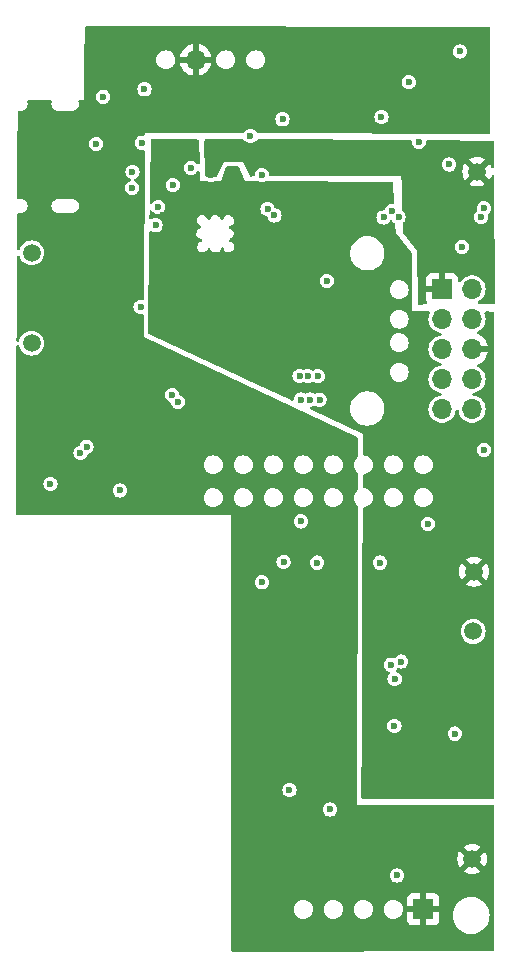
<source format=gbr>
%TF.GenerationSoftware,KiCad,Pcbnew,7.0.10*%
%TF.CreationDate,2025-01-07T15:59:30-07:00*%
%TF.ProjectId,HATA_ver_8.3.1,48415441-5f76-4657-925f-382e332e312e,8.3.1*%
%TF.SameCoordinates,Original*%
%TF.FileFunction,Copper,L3,Inr*%
%TF.FilePolarity,Positive*%
%FSLAX46Y46*%
G04 Gerber Fmt 4.6, Leading zero omitted, Abs format (unit mm)*
G04 Created by KiCad (PCBNEW 7.0.10) date 2025-01-07 15:59:30*
%MOMM*%
%LPD*%
G01*
G04 APERTURE LIST*
%TA.AperFunction,ComponentPad*%
%ADD10C,1.500000*%
%TD*%
%TA.AperFunction,ComponentPad*%
%ADD11R,1.700000X1.700000*%
%TD*%
%TA.AperFunction,ComponentPad*%
%ADD12O,1.700000X1.700000*%
%TD*%
%TA.AperFunction,ViaPad*%
%ADD13C,0.600000*%
%TD*%
G04 APERTURE END LIST*
D10*
%TO.N,Net-(C3-Pad1)*%
%TO.C,TP3*%
X239430000Y-151780000D03*
%TD*%
%TO.N,/Power control/AC_IN*%
%TO.C,TP5*%
X202040000Y-127380000D03*
%TD*%
%TO.N,/BBD_IPS_OUT*%
%TO.C,TP2*%
X239490000Y-146720000D03*
%TD*%
%TO.N,/5V_OUT*%
%TO.C,TP4*%
X239350000Y-171050000D03*
%TD*%
D11*
%TO.N,/5V_OUT*%
%TO.C,P7*%
X235200000Y-175320000D03*
%TD*%
%TO.N,/Power control/BATT+*%
%TO.C,J10*%
X236790000Y-122800000D03*
D12*
%TO.N,GND*%
X239330000Y-122800000D03*
%TO.N,/A_GND*%
X236790000Y-125340000D03*
%TO.N,GND*%
X239330000Y-125340000D03*
%TO.N,/5V_OUT*%
X236790000Y-127880000D03*
%TO.N,/BBD_IPS_OUT*%
X239330000Y-127880000D03*
%TO.N,/BBD_PA6*%
X236790000Y-130420000D03*
%TO.N,/BBD_CHG_LED*%
X239330000Y-130420000D03*
%TO.N,/BBD_PB1*%
X236790000Y-132960000D03*
%TO.N,/BBD_PB2*%
X239330000Y-132960000D03*
%TD*%
%TO.N,/5V_OUT*%
%TO.C,P2*%
X215930000Y-103390000D03*
%TD*%
D10*
%TO.N,GND*%
%TO.C,TP1*%
X202040000Y-119730000D03*
%TD*%
%TO.N,/Power control/BATT+*%
%TO.C,TP6*%
X239770000Y-112850000D03*
%TD*%
D13*
%TO.N,/Power control/AC_IN*%
X212526250Y-117403750D03*
%TO.N,GND*%
X206170000Y-136660000D03*
X227026250Y-122093750D03*
X220566250Y-109863750D03*
X211376250Y-110403750D03*
X232440000Y-154600000D03*
X207506250Y-110493750D03*
X226260000Y-130170000D03*
X208100000Y-106510000D03*
X233330000Y-154340000D03*
X237860000Y-160440000D03*
X225416250Y-130153750D03*
X206685000Y-136145000D03*
X224726250Y-130153750D03*
%TO.N,/3v3*%
X227300000Y-166860000D03*
X233960000Y-105290000D03*
%TO.N,/A_GND*%
X203630000Y-139290000D03*
X223870000Y-165230000D03*
X211266250Y-124313750D03*
X224836250Y-132153750D03*
X223370000Y-145890000D03*
X231530000Y-145960000D03*
X226416250Y-132163750D03*
X225606250Y-132153750D03*
X211590000Y-105890000D03*
X232970000Y-172450000D03*
X209510000Y-139850000D03*
X226210000Y-145960000D03*
%TO.N,Net-(C3-Pad1)*%
X232750000Y-159770000D03*
X232770000Y-155810000D03*
%TO.N,/5V_OUT*%
X206830000Y-138420000D03*
X227620000Y-149490000D03*
X238472411Y-119230000D03*
X227620000Y-154680000D03*
X238580000Y-106030000D03*
X219210000Y-134460000D03*
X227620000Y-152060000D03*
%TO.N,/Power control/BATT+*%
X217190000Y-112330000D03*
X237080000Y-114250000D03*
X236210000Y-114220000D03*
X217202700Y-113160000D03*
X235430000Y-114220000D03*
%TO.N,/BBD_IPS_OUT*%
X218920000Y-112970000D03*
X215585000Y-123715000D03*
X232980000Y-162020000D03*
X231810000Y-162020000D03*
X233990000Y-162020000D03*
X231860000Y-153520000D03*
X232650000Y-153310000D03*
X240094577Y-116703898D03*
X219810000Y-123860000D03*
X213136250Y-116533750D03*
X215893304Y-113566588D03*
X227036250Y-119273750D03*
%TO.N,Net-(C16-Pad2)*%
X215530000Y-112530000D03*
X210576250Y-112873750D03*
%TO.N,/Power control/EXT_EN*%
X221530000Y-147630000D03*
%TO.N,Net-(D2-Pad2)*%
X231660000Y-108250000D03*
%TO.N,/BBD_PB1*%
X221530000Y-113130000D03*
X238300000Y-102680000D03*
X237390000Y-112250000D03*
%TO.N,/BBD_PB2*%
X234820000Y-110330000D03*
%TO.N,/BBD_PA6*%
X224830000Y-142470000D03*
X240340000Y-136400000D03*
X235580000Y-142680000D03*
%TO.N,/BBD_CHG_LED*%
X212763566Y-115851617D03*
X240320000Y-115960000D03*
%TO.N,/SCL*%
X222600000Y-116570000D03*
X233104040Y-116720000D03*
X231833789Y-116736211D03*
%TO.N,/SDA*%
X223280000Y-108430000D03*
X232530000Y-116170000D03*
X222010000Y-116030000D03*
%TO.N,/USB2_D-*%
X213930000Y-131750000D03*
%TO.N,/USB2_D+*%
X214410000Y-132340000D03*
%TO.N,Net-(R18-Pad1)*%
X213986250Y-113993750D03*
X210556250Y-114233750D03*
%TD*%
%TA.AperFunction,Conductor*%
%TO.N,/Power control/BATT+*%
G36*
X219949072Y-110126034D02*
G01*
X220017093Y-110146368D01*
X220048417Y-110175328D01*
X220137965Y-110292029D01*
X220137966Y-110292030D01*
X220137968Y-110292032D01*
X220263409Y-110388286D01*
X220409488Y-110448794D01*
X220566250Y-110469432D01*
X220723012Y-110448794D01*
X220869091Y-110388286D01*
X220994532Y-110292032D01*
X221079463Y-110181347D01*
X221136800Y-110139480D01*
X221180035Y-110132053D01*
X234089013Y-110195178D01*
X234157030Y-110215511D01*
X234203260Y-110269394D01*
X234211004Y-110321742D01*
X234214318Y-110321742D01*
X234214318Y-110330001D01*
X234234955Y-110486760D01*
X234234956Y-110486762D01*
X234295464Y-110632841D01*
X234391718Y-110758282D01*
X234517159Y-110854536D01*
X234663238Y-110915044D01*
X234820000Y-110935682D01*
X234976762Y-110915044D01*
X235122841Y-110854536D01*
X235248282Y-110758282D01*
X235344536Y-110632841D01*
X235405044Y-110486762D01*
X235425682Y-110330000D01*
X235425682Y-110328331D01*
X235426080Y-110326974D01*
X235426760Y-110321812D01*
X235427565Y-110321917D01*
X235445684Y-110260210D01*
X235499340Y-110213717D01*
X235552293Y-110202333D01*
X241085159Y-110229389D01*
X241153180Y-110249723D01*
X241199410Y-110303606D01*
X241210541Y-110354840D01*
X241219602Y-112441843D01*
X241199896Y-112510050D01*
X241146442Y-112556775D01*
X241076213Y-112567184D01*
X241011505Y-112537972D01*
X240972862Y-112478413D01*
X240971896Y-112475000D01*
X240956650Y-112418099D01*
X240956647Y-112418092D01*
X240863619Y-112218594D01*
X240821199Y-112158011D01*
X240821197Y-112158011D01*
X240129210Y-112849999D01*
X240129210Y-112850001D01*
X240821196Y-113541987D01*
X240821197Y-113541987D01*
X240863622Y-113481399D01*
X240956647Y-113281907D01*
X240956650Y-113281900D01*
X240975379Y-113212001D01*
X241012330Y-113151378D01*
X241076190Y-113120356D01*
X241146685Y-113128784D01*
X241201432Y-113173986D01*
X241223050Y-113241611D01*
X241223085Y-113244064D01*
X241269455Y-123924604D01*
X241249749Y-123992811D01*
X241196295Y-124039536D01*
X241144608Y-124051146D01*
X239920705Y-124062340D01*
X239852405Y-124042962D01*
X239805423Y-123989733D01*
X239794677Y-123919555D01*
X239823578Y-123854707D01*
X239853217Y-123829221D01*
X240026302Y-123722052D01*
X240183872Y-123578407D01*
X240312366Y-123408255D01*
X240407405Y-123217389D01*
X240465756Y-123012310D01*
X240485429Y-122800000D01*
X240465756Y-122587690D01*
X240407405Y-122382611D01*
X240312366Y-122191745D01*
X240183872Y-122021593D01*
X240091066Y-121936988D01*
X240026300Y-121877946D01*
X240026298Y-121877945D01*
X239845025Y-121765705D01*
X239845021Y-121765703D01*
X239845019Y-121765702D01*
X239685837Y-121704035D01*
X239646199Y-121688679D01*
X239593801Y-121678884D01*
X239436610Y-121649500D01*
X239223390Y-121649500D01*
X239097637Y-121673007D01*
X239013800Y-121688679D01*
X238859754Y-121748356D01*
X238814981Y-121765702D01*
X238814980Y-121765702D01*
X238814979Y-121765703D01*
X238814974Y-121765705D01*
X238633701Y-121877945D01*
X238633699Y-121877946D01*
X238476129Y-122021591D01*
X238374550Y-122156103D01*
X238317535Y-122198410D01*
X238246699Y-122203177D01*
X238184530Y-122168890D01*
X238150768Y-122106435D01*
X238148000Y-122080170D01*
X238148000Y-121901414D01*
X238147999Y-121901402D01*
X238141494Y-121840906D01*
X238090444Y-121704035D01*
X238090444Y-121704034D01*
X238002904Y-121587095D01*
X237885965Y-121499555D01*
X237749093Y-121448505D01*
X237688597Y-121442000D01*
X237044000Y-121442000D01*
X237044000Y-122366325D01*
X236932315Y-122315320D01*
X236825763Y-122300000D01*
X236754237Y-122300000D01*
X236647685Y-122315320D01*
X236536000Y-122366325D01*
X236536000Y-121442000D01*
X235891402Y-121442000D01*
X235830906Y-121448505D01*
X235694035Y-121499555D01*
X235694034Y-121499555D01*
X235577095Y-121587095D01*
X235489555Y-121704034D01*
X235489555Y-121704035D01*
X235438505Y-121840906D01*
X235432000Y-121901402D01*
X235432000Y-122546000D01*
X236358884Y-122546000D01*
X236330507Y-122590156D01*
X236290000Y-122728111D01*
X236290000Y-122871889D01*
X236330507Y-123009844D01*
X236358884Y-123054000D01*
X235432000Y-123054000D01*
X235432000Y-123698597D01*
X235438505Y-123759093D01*
X235489555Y-123895964D01*
X235489556Y-123895966D01*
X235494247Y-123902232D01*
X235519060Y-123968751D01*
X235503970Y-124038126D01*
X235453769Y-124088329D01*
X235394533Y-124103738D01*
X234836871Y-124108839D01*
X234768571Y-124089461D01*
X234721589Y-124036232D01*
X234709719Y-123983126D01*
X234700000Y-119580000D01*
X234699999Y-119579998D01*
X234434726Y-119230000D01*
X237866729Y-119230000D01*
X237887366Y-119386760D01*
X237925577Y-119479008D01*
X237947875Y-119532841D01*
X238044129Y-119658282D01*
X238169570Y-119754536D01*
X238315649Y-119815044D01*
X238472411Y-119835682D01*
X238629173Y-119815044D01*
X238775252Y-119754536D01*
X238900693Y-119658282D01*
X238996947Y-119532841D01*
X239057455Y-119386762D01*
X239078093Y-119230000D01*
X239057455Y-119073238D01*
X238996947Y-118927159D01*
X238900693Y-118801718D01*
X238775252Y-118705464D01*
X238684971Y-118668068D01*
X238629171Y-118644955D01*
X238472411Y-118624318D01*
X238315650Y-118644955D01*
X238169571Y-118705463D01*
X238169568Y-118705465D01*
X238044129Y-118801718D01*
X237947876Y-118927157D01*
X237947874Y-118927160D01*
X237887366Y-119073239D01*
X237866729Y-119229999D01*
X237866729Y-119230000D01*
X234434726Y-119230000D01*
X233511749Y-118012236D01*
X233486543Y-117945865D01*
X233486219Y-117939781D01*
X233466807Y-117264345D01*
X233484844Y-117195682D01*
X233516051Y-117160766D01*
X233532322Y-117148282D01*
X233628576Y-117022841D01*
X233689084Y-116876762D01*
X233709722Y-116720000D01*
X233707602Y-116703898D01*
X239488895Y-116703898D01*
X239509532Y-116860658D01*
X239522918Y-116892973D01*
X239570041Y-117006739D01*
X239666295Y-117132180D01*
X239791736Y-117228434D01*
X239937815Y-117288942D01*
X240094577Y-117309580D01*
X240251339Y-117288942D01*
X240397418Y-117228434D01*
X240522859Y-117132180D01*
X240619113Y-117006739D01*
X240679621Y-116860660D01*
X240700259Y-116703898D01*
X240679621Y-116547136D01*
X240679617Y-116547126D01*
X240677814Y-116540395D01*
X240679504Y-116469418D01*
X240719298Y-116410622D01*
X240722776Y-116407852D01*
X240748282Y-116388282D01*
X240844536Y-116262841D01*
X240905044Y-116116762D01*
X240925682Y-115960000D01*
X240905044Y-115803238D01*
X240844536Y-115657159D01*
X240748282Y-115531718D01*
X240622841Y-115435464D01*
X240595933Y-115424318D01*
X240476760Y-115374955D01*
X240320000Y-115354318D01*
X240163239Y-115374955D01*
X240017160Y-115435463D01*
X240017157Y-115435465D01*
X239891718Y-115531718D01*
X239795465Y-115657157D01*
X239795463Y-115657160D01*
X239734955Y-115803239D01*
X239714318Y-115959999D01*
X239714318Y-115960000D01*
X239734956Y-116116766D01*
X239736762Y-116123505D01*
X239735071Y-116194481D01*
X239695275Y-116253276D01*
X239691761Y-116256074D01*
X239666296Y-116275614D01*
X239570042Y-116401055D01*
X239570040Y-116401058D01*
X239509532Y-116547137D01*
X239488895Y-116703897D01*
X239488895Y-116703898D01*
X233707602Y-116703898D01*
X233689084Y-116563238D01*
X233628576Y-116417159D01*
X233532322Y-116291718D01*
X233532321Y-116291717D01*
X233484269Y-116254845D01*
X233442402Y-116197506D01*
X233435026Y-116158503D01*
X233370152Y-113901198D01*
X239078011Y-113901198D01*
X239138597Y-113943621D01*
X239338092Y-114036647D01*
X239338096Y-114036649D01*
X239550712Y-114093619D01*
X239770000Y-114112804D01*
X239989287Y-114093619D01*
X240201903Y-114036649D01*
X240201907Y-114036647D01*
X240401399Y-113943622D01*
X240461987Y-113901197D01*
X240461987Y-113901196D01*
X239770001Y-113209210D01*
X239770000Y-113209210D01*
X239078011Y-113901197D01*
X239078011Y-113901198D01*
X233370152Y-113901198D01*
X233350000Y-113200000D01*
X233349999Y-113200000D01*
X233349999Y-113199999D01*
X222262371Y-113260587D01*
X222194141Y-113240958D01*
X222147356Y-113187557D01*
X222135682Y-113134589D01*
X222135682Y-113129999D01*
X222115044Y-112973239D01*
X222113703Y-112970000D01*
X222054536Y-112827159D01*
X221958282Y-112701718D01*
X221832841Y-112605464D01*
X221705801Y-112552842D01*
X221686760Y-112544955D01*
X221530000Y-112524318D01*
X221373239Y-112544955D01*
X221227160Y-112605463D01*
X221227157Y-112605465D01*
X221101718Y-112701718D01*
X221005465Y-112827157D01*
X221005463Y-112827160D01*
X220944955Y-112973239D01*
X220924318Y-113129998D01*
X220924318Y-113138258D01*
X220921921Y-113138258D01*
X220912865Y-113196296D01*
X220865732Y-113249390D01*
X220799576Y-113268581D01*
X220618623Y-113269570D01*
X220550394Y-113249941D01*
X220505060Y-113199566D01*
X220034016Y-112250000D01*
X236784318Y-112250000D01*
X236804955Y-112406760D01*
X236862198Y-112544955D01*
X236865464Y-112552841D01*
X236961718Y-112678282D01*
X237087159Y-112774536D01*
X237233238Y-112835044D01*
X237390000Y-112855682D01*
X237433159Y-112850000D01*
X238507195Y-112850000D01*
X238526380Y-113069287D01*
X238583350Y-113281903D01*
X238583352Y-113281907D01*
X238676379Y-113481403D01*
X238718800Y-113541987D01*
X239381487Y-112879302D01*
X239416372Y-112879302D01*
X239445047Y-112992538D01*
X239508936Y-113090327D01*
X239601115Y-113162072D01*
X239711595Y-113200000D01*
X239799005Y-113200000D01*
X239885216Y-113185614D01*
X239987947Y-113130019D01*
X240067060Y-113044079D01*
X240113982Y-112937108D01*
X240123628Y-112820698D01*
X240094953Y-112707462D01*
X240031064Y-112609673D01*
X239938885Y-112537928D01*
X239828405Y-112500000D01*
X239740995Y-112500000D01*
X239654784Y-112514386D01*
X239552053Y-112569981D01*
X239472940Y-112655921D01*
X239426018Y-112762892D01*
X239416372Y-112879302D01*
X239381487Y-112879302D01*
X239410790Y-112849999D01*
X238718801Y-112158010D01*
X238676378Y-112218598D01*
X238583352Y-112418092D01*
X238583350Y-112418096D01*
X238526380Y-112630712D01*
X238507195Y-112850000D01*
X237433159Y-112850000D01*
X237546762Y-112835044D01*
X237692841Y-112774536D01*
X237818282Y-112678282D01*
X237914536Y-112552841D01*
X237975044Y-112406762D01*
X237995682Y-112250000D01*
X237975044Y-112093238D01*
X237914536Y-111947159D01*
X237818282Y-111821718D01*
X237788416Y-111798801D01*
X239078010Y-111798801D01*
X239769999Y-112490790D01*
X239770000Y-112490790D01*
X240461987Y-111798800D01*
X240401403Y-111756379D01*
X240201907Y-111663352D01*
X240201903Y-111663350D01*
X239989287Y-111606380D01*
X239770000Y-111587195D01*
X239550712Y-111606380D01*
X239338096Y-111663350D01*
X239338092Y-111663352D01*
X239138598Y-111756378D01*
X239078010Y-111798801D01*
X237788416Y-111798801D01*
X237692841Y-111725464D01*
X237546762Y-111664956D01*
X237546760Y-111664955D01*
X237390000Y-111644318D01*
X237233239Y-111664955D01*
X237087160Y-111725463D01*
X237087157Y-111725465D01*
X236961718Y-111821718D01*
X236865465Y-111947157D01*
X236865463Y-111947160D01*
X236804955Y-112093239D01*
X236784318Y-112249999D01*
X236784318Y-112250000D01*
X220034016Y-112250000D01*
X219910000Y-112000000D01*
X219909999Y-112000000D01*
X219909999Y-111999999D01*
X218320000Y-112019999D01*
X217695709Y-113221286D01*
X217646548Y-113272508D01*
X217582565Y-113289176D01*
X216842708Y-113281305D01*
X216774804Y-113260579D01*
X216728884Y-113206432D01*
X216718064Y-113157302D01*
X216672028Y-110238610D01*
X216690953Y-110170185D01*
X216743869Y-110122852D01*
X216798623Y-110110628D01*
X219949072Y-110126034D01*
G37*
%TD.AperFunction*%
%TD*%
%TA.AperFunction,Conductor*%
%TO.N,/5V_OUT*%
G36*
X240763525Y-100619779D02*
G01*
X240831611Y-100639900D01*
X240878010Y-100693637D01*
X240889303Y-100746473D01*
X240840692Y-109574178D01*
X240820315Y-109642187D01*
X240766404Y-109688384D01*
X240714177Y-109699483D01*
X221196760Y-109619356D01*
X221128722Y-109599074D01*
X221097484Y-109566178D01*
X221095813Y-109567461D01*
X221090786Y-109560910D01*
X221090786Y-109560909D01*
X220994532Y-109435468D01*
X220869091Y-109339214D01*
X220723012Y-109278706D01*
X220723010Y-109278705D01*
X220566250Y-109258068D01*
X220409489Y-109278705D01*
X220263410Y-109339213D01*
X220263407Y-109339215D01*
X220137965Y-109435470D01*
X220038654Y-109564895D01*
X219981316Y-109606762D01*
X219938175Y-109614190D01*
X211610000Y-109580000D01*
X211609999Y-109580000D01*
X211609572Y-109685620D01*
X211589294Y-109753659D01*
X211535451Y-109799935D01*
X211467127Y-109810032D01*
X211376250Y-109798068D01*
X211219489Y-109818705D01*
X211073410Y-109879213D01*
X211073407Y-109879215D01*
X210947968Y-109975468D01*
X210851715Y-110100907D01*
X210851713Y-110100910D01*
X210791205Y-110246989D01*
X210770568Y-110403749D01*
X210770568Y-110403750D01*
X210791205Y-110560510D01*
X210791206Y-110560512D01*
X210851714Y-110706591D01*
X210947968Y-110832032D01*
X211073409Y-110928286D01*
X211219488Y-110988794D01*
X211376250Y-111009432D01*
X211461305Y-110998234D01*
X211531453Y-111009173D01*
X211584552Y-111056301D01*
X211603750Y-111123666D01*
X211553227Y-123602683D01*
X211532949Y-123670722D01*
X211479106Y-123716998D01*
X211410782Y-123727095D01*
X211266251Y-123708068D01*
X211266250Y-123708068D01*
X211109489Y-123728705D01*
X210963410Y-123789213D01*
X210963407Y-123789215D01*
X210837968Y-123885468D01*
X210741715Y-124010907D01*
X210741713Y-124010910D01*
X210681205Y-124156989D01*
X210660568Y-124313749D01*
X210660568Y-124313750D01*
X210681205Y-124470510D01*
X210681206Y-124470512D01*
X210741714Y-124616591D01*
X210837968Y-124742032D01*
X210963409Y-124838286D01*
X211109488Y-124898794D01*
X211266250Y-124919432D01*
X211405020Y-124901162D01*
X211475165Y-124912101D01*
X211528264Y-124959229D01*
X211547462Y-125026594D01*
X211539999Y-126869999D01*
X211540000Y-126870000D01*
X224129491Y-132768281D01*
X229567404Y-135315988D01*
X229620604Y-135363001D01*
X229639948Y-135430167D01*
X229638954Y-136976857D01*
X229618908Y-137044965D01*
X229602050Y-137065871D01*
X229490181Y-137177740D01*
X229394212Y-137330474D01*
X229394211Y-137330477D01*
X229394211Y-137330478D01*
X229334632Y-137500745D01*
X229314435Y-137680000D01*
X229334632Y-137859255D01*
X229334633Y-137859257D01*
X229394211Y-138029522D01*
X229394212Y-138029525D01*
X229490182Y-138182260D01*
X229490183Y-138182262D01*
X229601146Y-138293225D01*
X229635172Y-138355537D01*
X229638051Y-138382401D01*
X229637161Y-139768651D01*
X229617115Y-139836759D01*
X229600256Y-139857665D01*
X229490183Y-139967737D01*
X229490182Y-139967739D01*
X229394212Y-140120474D01*
X229394211Y-140120477D01*
X229382886Y-140152842D01*
X229334632Y-140290745D01*
X229314435Y-140470000D01*
X229334632Y-140649255D01*
X229334633Y-140649257D01*
X229394211Y-140819522D01*
X229394212Y-140819525D01*
X229490182Y-140972260D01*
X229490183Y-140972262D01*
X229599355Y-141081434D01*
X229633381Y-141143746D01*
X229636260Y-141170610D01*
X229619999Y-166479999D01*
X229620000Y-166479998D01*
X229620000Y-166480000D01*
X241063572Y-166450327D01*
X241131743Y-166470153D01*
X241178375Y-166523688D01*
X241189897Y-166576429D01*
X241180101Y-178694779D01*
X241160044Y-178762883D01*
X241106351Y-178809333D01*
X241054781Y-178820675D01*
X219076577Y-178939316D01*
X219008349Y-178919682D01*
X218961568Y-178866278D01*
X218949897Y-178813420D01*
X218949856Y-178762883D01*
X218947795Y-176218597D01*
X233842000Y-176218597D01*
X233848505Y-176279093D01*
X233899555Y-176415964D01*
X233899555Y-176415965D01*
X233987095Y-176532904D01*
X234104034Y-176620444D01*
X234240906Y-176671494D01*
X234301402Y-176677999D01*
X234301415Y-176678000D01*
X234946000Y-176678000D01*
X234946000Y-175753674D01*
X235057685Y-175804680D01*
X235164237Y-175820000D01*
X235235763Y-175820000D01*
X235342315Y-175804680D01*
X235454000Y-175753674D01*
X235454000Y-176678000D01*
X236098585Y-176678000D01*
X236098597Y-176677999D01*
X236159093Y-176671494D01*
X236295964Y-176620444D01*
X236295965Y-176620444D01*
X236412904Y-176532904D01*
X236500444Y-176415965D01*
X236500444Y-176415964D01*
X236551494Y-176279093D01*
X236557999Y-176218597D01*
X236558000Y-176218585D01*
X236558000Y-175830000D01*
X237694706Y-175830000D01*
X237713854Y-176073302D01*
X237770827Y-176310609D01*
X237857511Y-176519886D01*
X237864223Y-176536089D01*
X237981817Y-176727985D01*
X237991742Y-176744180D01*
X237991743Y-176744182D01*
X238150240Y-176929759D01*
X238289202Y-177048443D01*
X238335821Y-177088259D01*
X238543911Y-177215777D01*
X238769388Y-177309172D01*
X239006698Y-177366146D01*
X239250000Y-177385294D01*
X239493302Y-177366146D01*
X239730612Y-177309172D01*
X239956089Y-177215777D01*
X240164179Y-177088259D01*
X240349759Y-176929759D01*
X240508259Y-176744179D01*
X240635777Y-176536089D01*
X240729172Y-176310612D01*
X240786146Y-176073302D01*
X240805294Y-175830000D01*
X240786146Y-175586698D01*
X240729172Y-175349388D01*
X240635777Y-175123911D01*
X240508259Y-174915821D01*
X240508256Y-174915817D01*
X240349759Y-174730240D01*
X240164182Y-174571743D01*
X240164180Y-174571742D01*
X240164179Y-174571741D01*
X239956089Y-174444223D01*
X239917514Y-174428245D01*
X239841790Y-174396879D01*
X239730612Y-174350828D01*
X239730610Y-174350827D01*
X239730609Y-174350827D01*
X239568680Y-174311951D01*
X239493302Y-174293854D01*
X239493303Y-174293854D01*
X239250000Y-174274706D01*
X239006697Y-174293854D01*
X238769390Y-174350827D01*
X238543912Y-174444222D01*
X238335819Y-174571742D01*
X238335817Y-174571743D01*
X238150240Y-174730240D01*
X237991743Y-174915817D01*
X237991742Y-174915819D01*
X237864222Y-175123912D01*
X237770827Y-175349390D01*
X237713854Y-175586697D01*
X237694706Y-175830000D01*
X236558000Y-175830000D01*
X236558000Y-175574000D01*
X235631116Y-175574000D01*
X235659493Y-175529844D01*
X235700000Y-175391889D01*
X235700000Y-175248111D01*
X235659493Y-175110156D01*
X235631116Y-175066000D01*
X236558000Y-175066000D01*
X236558000Y-174421414D01*
X236557999Y-174421402D01*
X236551494Y-174360906D01*
X236500444Y-174224035D01*
X236500444Y-174224034D01*
X236412904Y-174107095D01*
X236295965Y-174019555D01*
X236159093Y-173968505D01*
X236098597Y-173962000D01*
X235454000Y-173962000D01*
X235454000Y-174886325D01*
X235342315Y-174835320D01*
X235235763Y-174820000D01*
X235164237Y-174820000D01*
X235057685Y-174835320D01*
X234946000Y-174886325D01*
X234946000Y-173962000D01*
X234301402Y-173962000D01*
X234240906Y-173968505D01*
X234104035Y-174019555D01*
X234104034Y-174019555D01*
X233987095Y-174107095D01*
X233899555Y-174224034D01*
X233899555Y-174224035D01*
X233848505Y-174360906D01*
X233842000Y-174421402D01*
X233842000Y-175066000D01*
X234768884Y-175066000D01*
X234740507Y-175110156D01*
X234700000Y-175248111D01*
X234700000Y-175391889D01*
X234740507Y-175529844D01*
X234768884Y-175574000D01*
X233842000Y-175574000D01*
X233842000Y-176218597D01*
X218947795Y-176218597D01*
X218947067Y-175320000D01*
X224234435Y-175320000D01*
X224254632Y-175499255D01*
X224283339Y-175581294D01*
X224314211Y-175669522D01*
X224314212Y-175669525D01*
X224410182Y-175822260D01*
X224410183Y-175822262D01*
X224537737Y-175949816D01*
X224537739Y-175949817D01*
X224690474Y-176045787D01*
X224690475Y-176045787D01*
X224690478Y-176045789D01*
X224860745Y-176105368D01*
X224995046Y-176120500D01*
X225084954Y-176120500D01*
X225219255Y-176105368D01*
X225389522Y-176045789D01*
X225542262Y-175949816D01*
X225669816Y-175822262D01*
X225765789Y-175669522D01*
X225825368Y-175499255D01*
X225845565Y-175320000D01*
X226774435Y-175320000D01*
X226794632Y-175499255D01*
X226823339Y-175581294D01*
X226854211Y-175669522D01*
X226854212Y-175669525D01*
X226950182Y-175822260D01*
X226950183Y-175822262D01*
X227077737Y-175949816D01*
X227077739Y-175949817D01*
X227230474Y-176045787D01*
X227230475Y-176045787D01*
X227230478Y-176045789D01*
X227400745Y-176105368D01*
X227535046Y-176120500D01*
X227624954Y-176120500D01*
X227759255Y-176105368D01*
X227929522Y-176045789D01*
X228082262Y-175949816D01*
X228209816Y-175822262D01*
X228305789Y-175669522D01*
X228365368Y-175499255D01*
X228385565Y-175320000D01*
X229314435Y-175320000D01*
X229334632Y-175499255D01*
X229363339Y-175581294D01*
X229394211Y-175669522D01*
X229394212Y-175669525D01*
X229490182Y-175822260D01*
X229490183Y-175822262D01*
X229617737Y-175949816D01*
X229617739Y-175949817D01*
X229770474Y-176045787D01*
X229770475Y-176045787D01*
X229770478Y-176045789D01*
X229940745Y-176105368D01*
X230075046Y-176120500D01*
X230164954Y-176120500D01*
X230299255Y-176105368D01*
X230469522Y-176045789D01*
X230622262Y-175949816D01*
X230749816Y-175822262D01*
X230845789Y-175669522D01*
X230905368Y-175499255D01*
X230925565Y-175320000D01*
X231854435Y-175320000D01*
X231874632Y-175499255D01*
X231903339Y-175581294D01*
X231934211Y-175669522D01*
X231934212Y-175669525D01*
X232030182Y-175822260D01*
X232030183Y-175822262D01*
X232157737Y-175949816D01*
X232157739Y-175949817D01*
X232310474Y-176045787D01*
X232310475Y-176045787D01*
X232310478Y-176045789D01*
X232480745Y-176105368D01*
X232615046Y-176120500D01*
X232704954Y-176120500D01*
X232839255Y-176105368D01*
X233009522Y-176045789D01*
X233162262Y-175949816D01*
X233289816Y-175822262D01*
X233385789Y-175669522D01*
X233445368Y-175499255D01*
X233465565Y-175320000D01*
X233445368Y-175140745D01*
X233385789Y-174970478D01*
X233385787Y-174970475D01*
X233385787Y-174970474D01*
X233289817Y-174817739D01*
X233289816Y-174817737D01*
X233162262Y-174690183D01*
X233162260Y-174690182D01*
X233009525Y-174594212D01*
X233009522Y-174594211D01*
X232945306Y-174571741D01*
X232839255Y-174534632D01*
X232704954Y-174519500D01*
X232615046Y-174519500D01*
X232480745Y-174534632D01*
X232480742Y-174534632D01*
X232480742Y-174534633D01*
X232310477Y-174594211D01*
X232310474Y-174594212D01*
X232157739Y-174690182D01*
X232157737Y-174690183D01*
X232030183Y-174817737D01*
X232030182Y-174817739D01*
X231934212Y-174970474D01*
X231934211Y-174970477D01*
X231880522Y-175123911D01*
X231874632Y-175140745D01*
X231854435Y-175320000D01*
X230925565Y-175320000D01*
X230905368Y-175140745D01*
X230845789Y-174970478D01*
X230845787Y-174970475D01*
X230845787Y-174970474D01*
X230749817Y-174817739D01*
X230749816Y-174817737D01*
X230622262Y-174690183D01*
X230622260Y-174690182D01*
X230469525Y-174594212D01*
X230469522Y-174594211D01*
X230405306Y-174571741D01*
X230299255Y-174534632D01*
X230164954Y-174519500D01*
X230075046Y-174519500D01*
X229940745Y-174534632D01*
X229940742Y-174534632D01*
X229940742Y-174534633D01*
X229770477Y-174594211D01*
X229770474Y-174594212D01*
X229617739Y-174690182D01*
X229617737Y-174690183D01*
X229490183Y-174817737D01*
X229490182Y-174817739D01*
X229394212Y-174970474D01*
X229394211Y-174970477D01*
X229340522Y-175123911D01*
X229334632Y-175140745D01*
X229314435Y-175320000D01*
X228385565Y-175320000D01*
X228365368Y-175140745D01*
X228305789Y-174970478D01*
X228305787Y-174970475D01*
X228305787Y-174970474D01*
X228209817Y-174817739D01*
X228209816Y-174817737D01*
X228082262Y-174690183D01*
X228082260Y-174690182D01*
X227929525Y-174594212D01*
X227929522Y-174594211D01*
X227865306Y-174571741D01*
X227759255Y-174534632D01*
X227624954Y-174519500D01*
X227535046Y-174519500D01*
X227400745Y-174534632D01*
X227400742Y-174534632D01*
X227400742Y-174534633D01*
X227230477Y-174594211D01*
X227230474Y-174594212D01*
X227077739Y-174690182D01*
X227077737Y-174690183D01*
X226950183Y-174817737D01*
X226950182Y-174817739D01*
X226854212Y-174970474D01*
X226854211Y-174970477D01*
X226800522Y-175123911D01*
X226794632Y-175140745D01*
X226774435Y-175320000D01*
X225845565Y-175320000D01*
X225825368Y-175140745D01*
X225765789Y-174970478D01*
X225765787Y-174970475D01*
X225765787Y-174970474D01*
X225669817Y-174817739D01*
X225669816Y-174817737D01*
X225542262Y-174690183D01*
X225542260Y-174690182D01*
X225389525Y-174594212D01*
X225389522Y-174594211D01*
X225325306Y-174571741D01*
X225219255Y-174534632D01*
X225084954Y-174519500D01*
X224995046Y-174519500D01*
X224860745Y-174534632D01*
X224860742Y-174534632D01*
X224860742Y-174534633D01*
X224690477Y-174594211D01*
X224690474Y-174594212D01*
X224537739Y-174690182D01*
X224537737Y-174690183D01*
X224410183Y-174817737D01*
X224410182Y-174817739D01*
X224314212Y-174970474D01*
X224314211Y-174970477D01*
X224260522Y-175123911D01*
X224254632Y-175140745D01*
X224234435Y-175320000D01*
X218947067Y-175320000D01*
X218944742Y-172450000D01*
X232364318Y-172450000D01*
X232384955Y-172606760D01*
X232384956Y-172606762D01*
X232445464Y-172752841D01*
X232541718Y-172878282D01*
X232667159Y-172974536D01*
X232813238Y-173035044D01*
X232970000Y-173055682D01*
X233126762Y-173035044D01*
X233272841Y-172974536D01*
X233398282Y-172878282D01*
X233494536Y-172752841D01*
X233555044Y-172606762D01*
X233575682Y-172450000D01*
X233555044Y-172293238D01*
X233494536Y-172147159D01*
X233459269Y-172101198D01*
X238658011Y-172101198D01*
X238718597Y-172143621D01*
X238918092Y-172236647D01*
X238918096Y-172236649D01*
X239130712Y-172293619D01*
X239350000Y-172312804D01*
X239569287Y-172293619D01*
X239781903Y-172236649D01*
X239781907Y-172236647D01*
X239981399Y-172143622D01*
X240041987Y-172101197D01*
X240041987Y-172101196D01*
X239350001Y-171409210D01*
X239350000Y-171409210D01*
X238658011Y-172101197D01*
X238658011Y-172101198D01*
X233459269Y-172101198D01*
X233398282Y-172021718D01*
X233272841Y-171925464D01*
X233126762Y-171864956D01*
X233126760Y-171864955D01*
X232970000Y-171844318D01*
X232813239Y-171864955D01*
X232667160Y-171925463D01*
X232667157Y-171925465D01*
X232541718Y-172021718D01*
X232445465Y-172147157D01*
X232445463Y-172147160D01*
X232384955Y-172293239D01*
X232364318Y-172449999D01*
X232364318Y-172450000D01*
X218944742Y-172450000D01*
X218943608Y-171050000D01*
X238087195Y-171050000D01*
X238106380Y-171269287D01*
X238163350Y-171481903D01*
X238163352Y-171481907D01*
X238256379Y-171681403D01*
X238298800Y-171741987D01*
X238961487Y-171079302D01*
X238996372Y-171079302D01*
X239025047Y-171192538D01*
X239088936Y-171290327D01*
X239181115Y-171362072D01*
X239291595Y-171400000D01*
X239379005Y-171400000D01*
X239465216Y-171385614D01*
X239567947Y-171330019D01*
X239647060Y-171244079D01*
X239693982Y-171137108D01*
X239701200Y-171050001D01*
X239709210Y-171050001D01*
X240401196Y-171741987D01*
X240401197Y-171741987D01*
X240443622Y-171681399D01*
X240536647Y-171481907D01*
X240536649Y-171481903D01*
X240593619Y-171269287D01*
X240612804Y-171050000D01*
X240593619Y-170830712D01*
X240536649Y-170618096D01*
X240536647Y-170618092D01*
X240443619Y-170418594D01*
X240401199Y-170358011D01*
X240401197Y-170358011D01*
X239709210Y-171049999D01*
X239709210Y-171050001D01*
X239701200Y-171050001D01*
X239703628Y-171020698D01*
X239674953Y-170907462D01*
X239611064Y-170809673D01*
X239518885Y-170737928D01*
X239408405Y-170700000D01*
X239320995Y-170700000D01*
X239234784Y-170714386D01*
X239132053Y-170769981D01*
X239052940Y-170855921D01*
X239006018Y-170962892D01*
X238996372Y-171079302D01*
X238961487Y-171079302D01*
X238990790Y-171049999D01*
X238298801Y-170358010D01*
X238256378Y-170418598D01*
X238163352Y-170618092D01*
X238163350Y-170618096D01*
X238106380Y-170830712D01*
X238087195Y-171050000D01*
X218943608Y-171050000D01*
X218942756Y-169998801D01*
X238658010Y-169998801D01*
X239349999Y-170690790D01*
X239350000Y-170690790D01*
X240041987Y-169998800D01*
X239981403Y-169956379D01*
X239781907Y-169863352D01*
X239781903Y-169863350D01*
X239569287Y-169806380D01*
X239350000Y-169787195D01*
X239130712Y-169806380D01*
X238918096Y-169863350D01*
X238918092Y-169863352D01*
X238718598Y-169956378D01*
X238658010Y-169998801D01*
X218942756Y-169998801D01*
X218940213Y-166860000D01*
X226694318Y-166860000D01*
X226714955Y-167016760D01*
X226714956Y-167016762D01*
X226775464Y-167162841D01*
X226871718Y-167288282D01*
X226997159Y-167384536D01*
X227143238Y-167445044D01*
X227300000Y-167465682D01*
X227456762Y-167445044D01*
X227602841Y-167384536D01*
X227728282Y-167288282D01*
X227824536Y-167162841D01*
X227885044Y-167016762D01*
X227905682Y-166860000D01*
X227885044Y-166703238D01*
X227824536Y-166557159D01*
X227728282Y-166431718D01*
X227602841Y-166335464D01*
X227456762Y-166274956D01*
X227456760Y-166274955D01*
X227300000Y-166254318D01*
X227143239Y-166274955D01*
X226997160Y-166335463D01*
X226997157Y-166335465D01*
X226871718Y-166431718D01*
X226775465Y-166557157D01*
X226775463Y-166557160D01*
X226714955Y-166703239D01*
X226694318Y-166859999D01*
X226694318Y-166860000D01*
X218940213Y-166860000D01*
X218938892Y-165230000D01*
X223264318Y-165230000D01*
X223284955Y-165386760D01*
X223284956Y-165386762D01*
X223345464Y-165532841D01*
X223441718Y-165658282D01*
X223567159Y-165754536D01*
X223713238Y-165815044D01*
X223870000Y-165835682D01*
X224026762Y-165815044D01*
X224172841Y-165754536D01*
X224298282Y-165658282D01*
X224394536Y-165532841D01*
X224455044Y-165386762D01*
X224475682Y-165230000D01*
X224455044Y-165073238D01*
X224394536Y-164927159D01*
X224298282Y-164801718D01*
X224172841Y-164705464D01*
X224026762Y-164644956D01*
X224026760Y-164644955D01*
X223870000Y-164624318D01*
X223713239Y-164644955D01*
X223567160Y-164705463D01*
X223567157Y-164705465D01*
X223441718Y-164801718D01*
X223345465Y-164927157D01*
X223345463Y-164927160D01*
X223284955Y-165073239D01*
X223264318Y-165229999D01*
X223264318Y-165230000D01*
X218938892Y-165230000D01*
X218924634Y-147630000D01*
X220924318Y-147630000D01*
X220944955Y-147786760D01*
X220944956Y-147786762D01*
X221005464Y-147932841D01*
X221101718Y-148058282D01*
X221227159Y-148154536D01*
X221373238Y-148215044D01*
X221530000Y-148235682D01*
X221686762Y-148215044D01*
X221832841Y-148154536D01*
X221958282Y-148058282D01*
X222054536Y-147932841D01*
X222115044Y-147786762D01*
X222135682Y-147630000D01*
X222115044Y-147473238D01*
X222054536Y-147327159D01*
X221958282Y-147201718D01*
X221832841Y-147105464D01*
X221686762Y-147044956D01*
X221686760Y-147044955D01*
X221530000Y-147024318D01*
X221373239Y-147044955D01*
X221227160Y-147105463D01*
X221227157Y-147105465D01*
X221101718Y-147201718D01*
X221005465Y-147327157D01*
X221005463Y-147327160D01*
X220944955Y-147473239D01*
X220924318Y-147629999D01*
X220924318Y-147630000D01*
X218924634Y-147630000D01*
X218923224Y-145890000D01*
X222764318Y-145890000D01*
X222784955Y-146046760D01*
X222784956Y-146046762D01*
X222845464Y-146192841D01*
X222941718Y-146318282D01*
X223067159Y-146414536D01*
X223213238Y-146475044D01*
X223370000Y-146495682D01*
X223526762Y-146475044D01*
X223672841Y-146414536D01*
X223798282Y-146318282D01*
X223894536Y-146192841D01*
X223955044Y-146046762D01*
X223966466Y-145960000D01*
X225604318Y-145960000D01*
X225624955Y-146116760D01*
X225624956Y-146116762D01*
X225685464Y-146262841D01*
X225781718Y-146388282D01*
X225907159Y-146484536D01*
X226053238Y-146545044D01*
X226210000Y-146565682D01*
X226366762Y-146545044D01*
X226512841Y-146484536D01*
X226638282Y-146388282D01*
X226734536Y-146262841D01*
X226795044Y-146116762D01*
X226815682Y-145960000D01*
X226795044Y-145803238D01*
X226734536Y-145657159D01*
X226638282Y-145531718D01*
X226512841Y-145435464D01*
X226366762Y-145374956D01*
X226366760Y-145374955D01*
X226210000Y-145354318D01*
X226053239Y-145374955D01*
X225907160Y-145435463D01*
X225907157Y-145435465D01*
X225781718Y-145531718D01*
X225685465Y-145657157D01*
X225685463Y-145657160D01*
X225624955Y-145803239D01*
X225604318Y-145959999D01*
X225604318Y-145960000D01*
X223966466Y-145960000D01*
X223975682Y-145890000D01*
X223955044Y-145733238D01*
X223894536Y-145587159D01*
X223798282Y-145461718D01*
X223672841Y-145365464D01*
X223645933Y-145354318D01*
X223526760Y-145304955D01*
X223370000Y-145284318D01*
X223213239Y-145304955D01*
X223067160Y-145365463D01*
X223067157Y-145365465D01*
X222941718Y-145461718D01*
X222845465Y-145587157D01*
X222845463Y-145587160D01*
X222784955Y-145733239D01*
X222764318Y-145889999D01*
X222764318Y-145890000D01*
X218923224Y-145890000D01*
X218920454Y-142470000D01*
X224224318Y-142470000D01*
X224244955Y-142626760D01*
X224244956Y-142626762D01*
X224305464Y-142772841D01*
X224401718Y-142898282D01*
X224527159Y-142994536D01*
X224673238Y-143055044D01*
X224830000Y-143075682D01*
X224986762Y-143055044D01*
X225132841Y-142994536D01*
X225258282Y-142898282D01*
X225354536Y-142772841D01*
X225415044Y-142626762D01*
X225435682Y-142470000D01*
X225415044Y-142313238D01*
X225354536Y-142167159D01*
X225258282Y-142041718D01*
X225132841Y-141945464D01*
X225047224Y-141910000D01*
X224986760Y-141884955D01*
X224830000Y-141864318D01*
X224673239Y-141884955D01*
X224527160Y-141945463D01*
X224527157Y-141945465D01*
X224401718Y-142041718D01*
X224305465Y-142167157D01*
X224305463Y-142167160D01*
X224244955Y-142313239D01*
X224224318Y-142469999D01*
X224224318Y-142470000D01*
X218920454Y-142470000D01*
X218920000Y-141910000D01*
X218920000Y-141909999D01*
X200816437Y-141890138D01*
X200748338Y-141870061D01*
X200701904Y-141816355D01*
X200690576Y-141763564D01*
X200696469Y-140470000D01*
X216614435Y-140470000D01*
X216634632Y-140649255D01*
X216634633Y-140649257D01*
X216694211Y-140819522D01*
X216694212Y-140819525D01*
X216790182Y-140972260D01*
X216790183Y-140972262D01*
X216917737Y-141099816D01*
X216917739Y-141099817D01*
X217070474Y-141195787D01*
X217070475Y-141195787D01*
X217070478Y-141195789D01*
X217240745Y-141255368D01*
X217375046Y-141270500D01*
X217464954Y-141270500D01*
X217599255Y-141255368D01*
X217769522Y-141195789D01*
X217922262Y-141099816D01*
X218049816Y-140972262D01*
X218145789Y-140819522D01*
X218205368Y-140649255D01*
X218225565Y-140470000D01*
X219154435Y-140470000D01*
X219174632Y-140649255D01*
X219174633Y-140649257D01*
X219234211Y-140819522D01*
X219234212Y-140819525D01*
X219330182Y-140972260D01*
X219330183Y-140972262D01*
X219457737Y-141099816D01*
X219457739Y-141099817D01*
X219610474Y-141195787D01*
X219610475Y-141195787D01*
X219610478Y-141195789D01*
X219780745Y-141255368D01*
X219915046Y-141270500D01*
X220004954Y-141270500D01*
X220139255Y-141255368D01*
X220309522Y-141195789D01*
X220462262Y-141099816D01*
X220589816Y-140972262D01*
X220685789Y-140819522D01*
X220745368Y-140649255D01*
X220765565Y-140470000D01*
X221694435Y-140470000D01*
X221714632Y-140649255D01*
X221714633Y-140649257D01*
X221774211Y-140819522D01*
X221774212Y-140819525D01*
X221870182Y-140972260D01*
X221870183Y-140972262D01*
X221997737Y-141099816D01*
X221997739Y-141099817D01*
X222150474Y-141195787D01*
X222150475Y-141195787D01*
X222150478Y-141195789D01*
X222320745Y-141255368D01*
X222455046Y-141270500D01*
X222544954Y-141270500D01*
X222679255Y-141255368D01*
X222849522Y-141195789D01*
X223002262Y-141099816D01*
X223129816Y-140972262D01*
X223225789Y-140819522D01*
X223285368Y-140649255D01*
X223305565Y-140470000D01*
X224234435Y-140470000D01*
X224254632Y-140649255D01*
X224254633Y-140649257D01*
X224314211Y-140819522D01*
X224314212Y-140819525D01*
X224410182Y-140972260D01*
X224410183Y-140972262D01*
X224537737Y-141099816D01*
X224537739Y-141099817D01*
X224690474Y-141195787D01*
X224690475Y-141195787D01*
X224690478Y-141195789D01*
X224860745Y-141255368D01*
X224995046Y-141270500D01*
X225084954Y-141270500D01*
X225219255Y-141255368D01*
X225389522Y-141195789D01*
X225542262Y-141099816D01*
X225669816Y-140972262D01*
X225765789Y-140819522D01*
X225825368Y-140649255D01*
X225845565Y-140470000D01*
X226774435Y-140470000D01*
X226794632Y-140649255D01*
X226794633Y-140649257D01*
X226854211Y-140819522D01*
X226854212Y-140819525D01*
X226950182Y-140972260D01*
X226950183Y-140972262D01*
X227077737Y-141099816D01*
X227077739Y-141099817D01*
X227230474Y-141195787D01*
X227230475Y-141195787D01*
X227230478Y-141195789D01*
X227400745Y-141255368D01*
X227535046Y-141270500D01*
X227624954Y-141270500D01*
X227759255Y-141255368D01*
X227929522Y-141195789D01*
X228082262Y-141099816D01*
X228209816Y-140972262D01*
X228305789Y-140819522D01*
X228365368Y-140649255D01*
X228385565Y-140470000D01*
X228365368Y-140290745D01*
X228305789Y-140120478D01*
X228305787Y-140120475D01*
X228305787Y-140120474D01*
X228209817Y-139967739D01*
X228209816Y-139967737D01*
X228082262Y-139840183D01*
X228082260Y-139840182D01*
X227929525Y-139744212D01*
X227929522Y-139744211D01*
X227783852Y-139693239D01*
X227759255Y-139684632D01*
X227624954Y-139669500D01*
X227535046Y-139669500D01*
X227400745Y-139684632D01*
X227400742Y-139684632D01*
X227400742Y-139684633D01*
X227230477Y-139744211D01*
X227230474Y-139744212D01*
X227077739Y-139840182D01*
X227077737Y-139840183D01*
X226950183Y-139967737D01*
X226950182Y-139967739D01*
X226854212Y-140120474D01*
X226854211Y-140120477D01*
X226842886Y-140152842D01*
X226794632Y-140290745D01*
X226774435Y-140470000D01*
X225845565Y-140470000D01*
X225825368Y-140290745D01*
X225765789Y-140120478D01*
X225765787Y-140120475D01*
X225765787Y-140120474D01*
X225669817Y-139967739D01*
X225669816Y-139967737D01*
X225542262Y-139840183D01*
X225542260Y-139840182D01*
X225389525Y-139744212D01*
X225389522Y-139744211D01*
X225243852Y-139693239D01*
X225219255Y-139684632D01*
X225084954Y-139669500D01*
X224995046Y-139669500D01*
X224860745Y-139684632D01*
X224860742Y-139684632D01*
X224860742Y-139684633D01*
X224690477Y-139744211D01*
X224690474Y-139744212D01*
X224537739Y-139840182D01*
X224537737Y-139840183D01*
X224410183Y-139967737D01*
X224410182Y-139967739D01*
X224314212Y-140120474D01*
X224314211Y-140120477D01*
X224302886Y-140152842D01*
X224254632Y-140290745D01*
X224234435Y-140470000D01*
X223305565Y-140470000D01*
X223285368Y-140290745D01*
X223225789Y-140120478D01*
X223225787Y-140120475D01*
X223225787Y-140120474D01*
X223129817Y-139967739D01*
X223129816Y-139967737D01*
X223002262Y-139840183D01*
X223002260Y-139840182D01*
X222849525Y-139744212D01*
X222849522Y-139744211D01*
X222703852Y-139693239D01*
X222679255Y-139684632D01*
X222544954Y-139669500D01*
X222455046Y-139669500D01*
X222320745Y-139684632D01*
X222320742Y-139684632D01*
X222320742Y-139684633D01*
X222150477Y-139744211D01*
X222150474Y-139744212D01*
X221997739Y-139840182D01*
X221997737Y-139840183D01*
X221870183Y-139967737D01*
X221870182Y-139967739D01*
X221774212Y-140120474D01*
X221774211Y-140120477D01*
X221762886Y-140152842D01*
X221714632Y-140290745D01*
X221694435Y-140470000D01*
X220765565Y-140470000D01*
X220745368Y-140290745D01*
X220685789Y-140120478D01*
X220685787Y-140120475D01*
X220685787Y-140120474D01*
X220589817Y-139967739D01*
X220589816Y-139967737D01*
X220462262Y-139840183D01*
X220462260Y-139840182D01*
X220309525Y-139744212D01*
X220309522Y-139744211D01*
X220163852Y-139693239D01*
X220139255Y-139684632D01*
X220004954Y-139669500D01*
X219915046Y-139669500D01*
X219780745Y-139684632D01*
X219780742Y-139684632D01*
X219780742Y-139684633D01*
X219610477Y-139744211D01*
X219610474Y-139744212D01*
X219457739Y-139840182D01*
X219457737Y-139840183D01*
X219330183Y-139967737D01*
X219330182Y-139967739D01*
X219234212Y-140120474D01*
X219234211Y-140120477D01*
X219222886Y-140152842D01*
X219174632Y-140290745D01*
X219154435Y-140470000D01*
X218225565Y-140470000D01*
X218205368Y-140290745D01*
X218145789Y-140120478D01*
X218145787Y-140120475D01*
X218145787Y-140120474D01*
X218049817Y-139967739D01*
X218049816Y-139967737D01*
X217922262Y-139840183D01*
X217922260Y-139840182D01*
X217769525Y-139744212D01*
X217769522Y-139744211D01*
X217623852Y-139693239D01*
X217599255Y-139684632D01*
X217464954Y-139669500D01*
X217375046Y-139669500D01*
X217240745Y-139684632D01*
X217240742Y-139684632D01*
X217240742Y-139684633D01*
X217070477Y-139744211D01*
X217070474Y-139744212D01*
X216917739Y-139840182D01*
X216917737Y-139840183D01*
X216790183Y-139967737D01*
X216790182Y-139967739D01*
X216694212Y-140120474D01*
X216694211Y-140120477D01*
X216682886Y-140152842D01*
X216634632Y-140290745D01*
X216614435Y-140470000D01*
X200696469Y-140470000D01*
X200696534Y-140455682D01*
X200701845Y-139290000D01*
X203024318Y-139290000D01*
X203044955Y-139446760D01*
X203044956Y-139446762D01*
X203105464Y-139592841D01*
X203201718Y-139718282D01*
X203327159Y-139814536D01*
X203473238Y-139875044D01*
X203630000Y-139895682D01*
X203786762Y-139875044D01*
X203847223Y-139850000D01*
X208904318Y-139850000D01*
X208924955Y-140006760D01*
X208924956Y-140006762D01*
X208985464Y-140152841D01*
X209081718Y-140278282D01*
X209207159Y-140374536D01*
X209353238Y-140435044D01*
X209510000Y-140455682D01*
X209666762Y-140435044D01*
X209812841Y-140374536D01*
X209938282Y-140278282D01*
X210034536Y-140152841D01*
X210095044Y-140006762D01*
X210115682Y-139850000D01*
X210114389Y-139840182D01*
X210095044Y-139693239D01*
X210091480Y-139684633D01*
X210034536Y-139547159D01*
X209938282Y-139421718D01*
X209812841Y-139325464D01*
X209727224Y-139290000D01*
X209666760Y-139264955D01*
X209510000Y-139244318D01*
X209353239Y-139264955D01*
X209207160Y-139325463D01*
X209207157Y-139325465D01*
X209081718Y-139421718D01*
X208985465Y-139547157D01*
X208985463Y-139547160D01*
X208924955Y-139693239D01*
X208904318Y-139849999D01*
X208904318Y-139850000D01*
X203847223Y-139850000D01*
X203932841Y-139814536D01*
X204058282Y-139718282D01*
X204154536Y-139592841D01*
X204215044Y-139446762D01*
X204235682Y-139290000D01*
X204215044Y-139133238D01*
X204154536Y-138987159D01*
X204058282Y-138861718D01*
X203932841Y-138765464D01*
X203786762Y-138704956D01*
X203786760Y-138704955D01*
X203630000Y-138684318D01*
X203473239Y-138704955D01*
X203327160Y-138765463D01*
X203327157Y-138765465D01*
X203201718Y-138861718D01*
X203105465Y-138987157D01*
X203105463Y-138987160D01*
X203044955Y-139133239D01*
X203024318Y-139289999D01*
X203024318Y-139290000D01*
X200701845Y-139290000D01*
X200709180Y-137680000D01*
X216614435Y-137680000D01*
X216634632Y-137859255D01*
X216634633Y-137859257D01*
X216694211Y-138029522D01*
X216694212Y-138029525D01*
X216790182Y-138182260D01*
X216790183Y-138182262D01*
X216917737Y-138309816D01*
X216917739Y-138309817D01*
X217070474Y-138405787D01*
X217070475Y-138405787D01*
X217070478Y-138405789D01*
X217240745Y-138465368D01*
X217375046Y-138480500D01*
X217464954Y-138480500D01*
X217599255Y-138465368D01*
X217769522Y-138405789D01*
X217922262Y-138309816D01*
X218049816Y-138182262D01*
X218145789Y-138029522D01*
X218205368Y-137859255D01*
X218225565Y-137680000D01*
X219154435Y-137680000D01*
X219174632Y-137859255D01*
X219174633Y-137859257D01*
X219234211Y-138029522D01*
X219234212Y-138029525D01*
X219330182Y-138182260D01*
X219330183Y-138182262D01*
X219457737Y-138309816D01*
X219457739Y-138309817D01*
X219610474Y-138405787D01*
X219610475Y-138405787D01*
X219610478Y-138405789D01*
X219780745Y-138465368D01*
X219915046Y-138480500D01*
X220004954Y-138480500D01*
X220139255Y-138465368D01*
X220309522Y-138405789D01*
X220462262Y-138309816D01*
X220589816Y-138182262D01*
X220685789Y-138029522D01*
X220745368Y-137859255D01*
X220765565Y-137680000D01*
X221694435Y-137680000D01*
X221714632Y-137859255D01*
X221714633Y-137859257D01*
X221774211Y-138029522D01*
X221774212Y-138029525D01*
X221870182Y-138182260D01*
X221870183Y-138182262D01*
X221997737Y-138309816D01*
X221997739Y-138309817D01*
X222150474Y-138405787D01*
X222150475Y-138405787D01*
X222150478Y-138405789D01*
X222320745Y-138465368D01*
X222455046Y-138480500D01*
X222544954Y-138480500D01*
X222679255Y-138465368D01*
X222849522Y-138405789D01*
X223002262Y-138309816D01*
X223129816Y-138182262D01*
X223225789Y-138029522D01*
X223285368Y-137859255D01*
X223305565Y-137680000D01*
X224234435Y-137680000D01*
X224254632Y-137859255D01*
X224254633Y-137859257D01*
X224314211Y-138029522D01*
X224314212Y-138029525D01*
X224410182Y-138182260D01*
X224410183Y-138182262D01*
X224537737Y-138309816D01*
X224537739Y-138309817D01*
X224690474Y-138405787D01*
X224690475Y-138405787D01*
X224690478Y-138405789D01*
X224860745Y-138465368D01*
X224995046Y-138480500D01*
X225084954Y-138480500D01*
X225219255Y-138465368D01*
X225389522Y-138405789D01*
X225542262Y-138309816D01*
X225669816Y-138182262D01*
X225765789Y-138029522D01*
X225825368Y-137859255D01*
X225845565Y-137680000D01*
X226774435Y-137680000D01*
X226794632Y-137859255D01*
X226794633Y-137859257D01*
X226854211Y-138029522D01*
X226854212Y-138029525D01*
X226950182Y-138182260D01*
X226950183Y-138182262D01*
X227077737Y-138309816D01*
X227077739Y-138309817D01*
X227230474Y-138405787D01*
X227230475Y-138405787D01*
X227230478Y-138405789D01*
X227400745Y-138465368D01*
X227535046Y-138480500D01*
X227624954Y-138480500D01*
X227759255Y-138465368D01*
X227929522Y-138405789D01*
X228082262Y-138309816D01*
X228209816Y-138182262D01*
X228305789Y-138029522D01*
X228365368Y-137859255D01*
X228385565Y-137680000D01*
X228365368Y-137500745D01*
X228305789Y-137330478D01*
X228305787Y-137330475D01*
X228305787Y-137330474D01*
X228209817Y-137177739D01*
X228209816Y-137177737D01*
X228082262Y-137050183D01*
X228082260Y-137050182D01*
X227929525Y-136954212D01*
X227929522Y-136954211D01*
X227759255Y-136894632D01*
X227624954Y-136879500D01*
X227535046Y-136879500D01*
X227400745Y-136894632D01*
X227400742Y-136894632D01*
X227400742Y-136894633D01*
X227230477Y-136954211D01*
X227230474Y-136954212D01*
X227077739Y-137050182D01*
X227077737Y-137050183D01*
X226950183Y-137177737D01*
X226950182Y-137177739D01*
X226854212Y-137330474D01*
X226854211Y-137330477D01*
X226854211Y-137330478D01*
X226794632Y-137500745D01*
X226774435Y-137680000D01*
X225845565Y-137680000D01*
X225825368Y-137500745D01*
X225765789Y-137330478D01*
X225765787Y-137330475D01*
X225765787Y-137330474D01*
X225669817Y-137177739D01*
X225669816Y-137177737D01*
X225542262Y-137050183D01*
X225542260Y-137050182D01*
X225389525Y-136954212D01*
X225389522Y-136954211D01*
X225219255Y-136894632D01*
X225084954Y-136879500D01*
X224995046Y-136879500D01*
X224860745Y-136894632D01*
X224860742Y-136894632D01*
X224860742Y-136894633D01*
X224690477Y-136954211D01*
X224690474Y-136954212D01*
X224537739Y-137050182D01*
X224537737Y-137050183D01*
X224410183Y-137177737D01*
X224410182Y-137177739D01*
X224314212Y-137330474D01*
X224314211Y-137330477D01*
X224314211Y-137330478D01*
X224254632Y-137500745D01*
X224234435Y-137680000D01*
X223305565Y-137680000D01*
X223285368Y-137500745D01*
X223225789Y-137330478D01*
X223225787Y-137330475D01*
X223225787Y-137330474D01*
X223129817Y-137177739D01*
X223129816Y-137177737D01*
X223002262Y-137050183D01*
X223002260Y-137050182D01*
X222849525Y-136954212D01*
X222849522Y-136954211D01*
X222679255Y-136894632D01*
X222544954Y-136879500D01*
X222455046Y-136879500D01*
X222320745Y-136894632D01*
X222320742Y-136894632D01*
X222320742Y-136894633D01*
X222150477Y-136954211D01*
X222150474Y-136954212D01*
X221997739Y-137050182D01*
X221997737Y-137050183D01*
X221870183Y-137177737D01*
X221870182Y-137177739D01*
X221774212Y-137330474D01*
X221774211Y-137330477D01*
X221774211Y-137330478D01*
X221714632Y-137500745D01*
X221694435Y-137680000D01*
X220765565Y-137680000D01*
X220745368Y-137500745D01*
X220685789Y-137330478D01*
X220685787Y-137330475D01*
X220685787Y-137330474D01*
X220589817Y-137177739D01*
X220589816Y-137177737D01*
X220462262Y-137050183D01*
X220462260Y-137050182D01*
X220309525Y-136954212D01*
X220309522Y-136954211D01*
X220139255Y-136894632D01*
X220004954Y-136879500D01*
X219915046Y-136879500D01*
X219780745Y-136894632D01*
X219780742Y-136894632D01*
X219780742Y-136894633D01*
X219610477Y-136954211D01*
X219610474Y-136954212D01*
X219457739Y-137050182D01*
X219457737Y-137050183D01*
X219330183Y-137177737D01*
X219330182Y-137177739D01*
X219234212Y-137330474D01*
X219234211Y-137330477D01*
X219234211Y-137330478D01*
X219174632Y-137500745D01*
X219154435Y-137680000D01*
X218225565Y-137680000D01*
X218205368Y-137500745D01*
X218145789Y-137330478D01*
X218145787Y-137330475D01*
X218145787Y-137330474D01*
X218049817Y-137177739D01*
X218049816Y-137177737D01*
X217922262Y-137050183D01*
X217922260Y-137050182D01*
X217769525Y-136954212D01*
X217769522Y-136954211D01*
X217599255Y-136894632D01*
X217464954Y-136879500D01*
X217375046Y-136879500D01*
X217240745Y-136894632D01*
X217240742Y-136894632D01*
X217240742Y-136894633D01*
X217070477Y-136954211D01*
X217070474Y-136954212D01*
X216917739Y-137050182D01*
X216917737Y-137050183D01*
X216790183Y-137177737D01*
X216790182Y-137177739D01*
X216694212Y-137330474D01*
X216694211Y-137330477D01*
X216694211Y-137330478D01*
X216634632Y-137500745D01*
X216614435Y-137680000D01*
X200709180Y-137680000D01*
X200713827Y-136660000D01*
X205564318Y-136660000D01*
X205584955Y-136816760D01*
X205629598Y-136924536D01*
X205645464Y-136962841D01*
X205741718Y-137088282D01*
X205867159Y-137184536D01*
X206013238Y-137245044D01*
X206170000Y-137265682D01*
X206326762Y-137245044D01*
X206472841Y-137184536D01*
X206598282Y-137088282D01*
X206694536Y-136962841D01*
X206755044Y-136816762D01*
X206755044Y-136816760D01*
X206758204Y-136809132D01*
X206759905Y-136809836D01*
X206791492Y-136758014D01*
X206834647Y-136734449D01*
X206834132Y-136733204D01*
X206841760Y-136730044D01*
X206841762Y-136730044D01*
X206987841Y-136669536D01*
X207113282Y-136573282D01*
X207209536Y-136447841D01*
X207270044Y-136301762D01*
X207290682Y-136145000D01*
X207289426Y-136135463D01*
X207270044Y-135988239D01*
X207209536Y-135842160D01*
X207209536Y-135842159D01*
X207113282Y-135716718D01*
X206987841Y-135620464D01*
X206841762Y-135559956D01*
X206841760Y-135559955D01*
X206685000Y-135539318D01*
X206528239Y-135559955D01*
X206382160Y-135620463D01*
X206382157Y-135620465D01*
X206256718Y-135716718D01*
X206160465Y-135842157D01*
X206160463Y-135842160D01*
X206096796Y-135995867D01*
X206095097Y-135995163D01*
X206063492Y-136046997D01*
X206020352Y-136070553D01*
X206020867Y-136071796D01*
X205867160Y-136135463D01*
X205867157Y-136135465D01*
X205741718Y-136231718D01*
X205645465Y-136357157D01*
X205645463Y-136357160D01*
X205584955Y-136503239D01*
X205564318Y-136659999D01*
X205564318Y-136660000D01*
X200713827Y-136660000D01*
X200736196Y-131750000D01*
X213324318Y-131750000D01*
X213344955Y-131906760D01*
X213354091Y-131928815D01*
X213405464Y-132052841D01*
X213501718Y-132178282D01*
X213627159Y-132274536D01*
X213738211Y-132320535D01*
X213793492Y-132365084D01*
X213814915Y-132420497D01*
X213824955Y-132496760D01*
X213874033Y-132615243D01*
X213885464Y-132642841D01*
X213981718Y-132768282D01*
X214107159Y-132864536D01*
X214253238Y-132925044D01*
X214410000Y-132945682D01*
X214566762Y-132925044D01*
X214712841Y-132864536D01*
X214838282Y-132768282D01*
X214934536Y-132642841D01*
X214995044Y-132496762D01*
X215015682Y-132340000D01*
X214995044Y-132183238D01*
X214934536Y-132037159D01*
X214838282Y-131911718D01*
X214712841Y-131815464D01*
X214601786Y-131769463D01*
X214546507Y-131724915D01*
X214525084Y-131669501D01*
X214520463Y-131634404D01*
X214515044Y-131593238D01*
X214454536Y-131447159D01*
X214358282Y-131321718D01*
X214232841Y-131225464D01*
X214086762Y-131164956D01*
X214086760Y-131164955D01*
X213930000Y-131144318D01*
X213773239Y-131164955D01*
X213627160Y-131225463D01*
X213627157Y-131225465D01*
X213501718Y-131321718D01*
X213405465Y-131447157D01*
X213405463Y-131447160D01*
X213344955Y-131593239D01*
X213324318Y-131749999D01*
X213324318Y-131750000D01*
X200736196Y-131750000D01*
X200755058Y-127609621D01*
X200775370Y-127541595D01*
X200829237Y-127495347D01*
X200899557Y-127485563D01*
X200964002Y-127515350D01*
X201002114Y-127575251D01*
X201004631Y-127585592D01*
X201004696Y-127585918D01*
X201004699Y-127585927D01*
X201004700Y-127585934D01*
X201064768Y-127783954D01*
X201162315Y-127966450D01*
X201293590Y-128126410D01*
X201453550Y-128257685D01*
X201636046Y-128355232D01*
X201834066Y-128415300D01*
X201834070Y-128415300D01*
X201834072Y-128415301D01*
X202039997Y-128435583D01*
X202040000Y-128435583D01*
X202040003Y-128435583D01*
X202245927Y-128415301D01*
X202245928Y-128415300D01*
X202245934Y-128415300D01*
X202443954Y-128355232D01*
X202626450Y-128257685D01*
X202786410Y-128126410D01*
X202917685Y-127966450D01*
X203015232Y-127783954D01*
X203075300Y-127585934D01*
X203076353Y-127575251D01*
X203095583Y-127380003D01*
X203095583Y-127379996D01*
X203075301Y-127174072D01*
X203075300Y-127174070D01*
X203075300Y-127174066D01*
X203015232Y-126976046D01*
X202917685Y-126793550D01*
X202786410Y-126633590D01*
X202626450Y-126502315D01*
X202626448Y-126502314D01*
X202626447Y-126502313D01*
X202443954Y-126404768D01*
X202245934Y-126344700D01*
X202245933Y-126344699D01*
X202245927Y-126344698D01*
X202040003Y-126324417D01*
X202039997Y-126324417D01*
X201834072Y-126344698D01*
X201636045Y-126404768D01*
X201453552Y-126502313D01*
X201293590Y-126633590D01*
X201162313Y-126793552D01*
X201064768Y-126976044D01*
X201003772Y-127177126D01*
X200964857Y-127236507D01*
X200900015Y-127265423D01*
X200829834Y-127254692D01*
X200776596Y-127207722D01*
X200757198Y-127139976D01*
X200758777Y-126793552D01*
X200789385Y-120074982D01*
X200809697Y-120006954D01*
X200863564Y-119960706D01*
X200933884Y-119950922D01*
X200998329Y-119980709D01*
X201035958Y-120038981D01*
X201064768Y-120133954D01*
X201162315Y-120316450D01*
X201293590Y-120476410D01*
X201453550Y-120607685D01*
X201636046Y-120705232D01*
X201834066Y-120765300D01*
X201834070Y-120765300D01*
X201834072Y-120765301D01*
X202039997Y-120785583D01*
X202040000Y-120785583D01*
X202040003Y-120785583D01*
X202245927Y-120765301D01*
X202245928Y-120765300D01*
X202245934Y-120765300D01*
X202443954Y-120705232D01*
X202626450Y-120607685D01*
X202786410Y-120476410D01*
X202917685Y-120316450D01*
X203015232Y-120133954D01*
X203075300Y-119935934D01*
X203088858Y-119798286D01*
X203095583Y-119730003D01*
X203095583Y-119729996D01*
X203075301Y-119524072D01*
X203075300Y-119524070D01*
X203075300Y-119524066D01*
X203015232Y-119326046D01*
X202917685Y-119143550D01*
X202786410Y-118983590D01*
X202626450Y-118852315D01*
X202626448Y-118852314D01*
X202626447Y-118852313D01*
X202443954Y-118754768D01*
X202245927Y-118694698D01*
X202040003Y-118674417D01*
X202039997Y-118674417D01*
X201834072Y-118694698D01*
X201636045Y-118754768D01*
X201453552Y-118852313D01*
X201293590Y-118983590D01*
X201162313Y-119143552D01*
X201064768Y-119326045D01*
X201039156Y-119410479D01*
X201000241Y-119469861D01*
X200935399Y-119498776D01*
X200865218Y-119488046D01*
X200811980Y-119441077D01*
X200792582Y-119373330D01*
X200805737Y-116485926D01*
X200826050Y-116417897D01*
X200879916Y-116371649D01*
X200931736Y-116360500D01*
X201131854Y-116360500D01*
X201131861Y-116360500D01*
X201249262Y-116345044D01*
X201395341Y-116284536D01*
X201520782Y-116188282D01*
X201617036Y-116062841D01*
X201677544Y-115916762D01*
X201698182Y-115760000D01*
X203716818Y-115760000D01*
X203737455Y-115916760D01*
X203761012Y-115973630D01*
X203797964Y-116062841D01*
X203894218Y-116188282D01*
X204019659Y-116284536D01*
X204165738Y-116345044D01*
X204283139Y-116360500D01*
X204283146Y-116360500D01*
X205461854Y-116360500D01*
X205461861Y-116360500D01*
X205579262Y-116345044D01*
X205725341Y-116284536D01*
X205850782Y-116188282D01*
X205947036Y-116062841D01*
X206007544Y-115916762D01*
X206028182Y-115760000D01*
X206007544Y-115603238D01*
X205947036Y-115457159D01*
X205850782Y-115331718D01*
X205725341Y-115235464D01*
X205579262Y-115174956D01*
X205579260Y-115174955D01*
X205461863Y-115159500D01*
X205461861Y-115159500D01*
X204283139Y-115159500D01*
X204283136Y-115159500D01*
X204165739Y-115174955D01*
X204019660Y-115235463D01*
X204019657Y-115235465D01*
X203894218Y-115331718D01*
X203797965Y-115457157D01*
X203797963Y-115457160D01*
X203737455Y-115603239D01*
X203716818Y-115759999D01*
X203716818Y-115760000D01*
X201698182Y-115760000D01*
X201677544Y-115603238D01*
X201617036Y-115457159D01*
X201520782Y-115331718D01*
X201395341Y-115235464D01*
X201249262Y-115174956D01*
X201249260Y-115174955D01*
X201131863Y-115159500D01*
X201131861Y-115159500D01*
X200938355Y-115159500D01*
X200870234Y-115139498D01*
X200823741Y-115085842D01*
X200812356Y-115032926D01*
X200815997Y-114233750D01*
X209950568Y-114233750D01*
X209971205Y-114390510D01*
X210026019Y-114522841D01*
X210031714Y-114536591D01*
X210127968Y-114662032D01*
X210253409Y-114758286D01*
X210399488Y-114818794D01*
X210556250Y-114839432D01*
X210713012Y-114818794D01*
X210859091Y-114758286D01*
X210984532Y-114662032D01*
X211080786Y-114536591D01*
X211141294Y-114390512D01*
X211161932Y-114233750D01*
X211141294Y-114076988D01*
X211080786Y-113930909D01*
X210984532Y-113805468D01*
X210859091Y-113709214D01*
X210774800Y-113674299D01*
X210719521Y-113629753D01*
X210697100Y-113562389D01*
X210714658Y-113493598D01*
X210766620Y-113445220D01*
X210774778Y-113441493D01*
X210879091Y-113398286D01*
X211004532Y-113302032D01*
X211100786Y-113176591D01*
X211161294Y-113030512D01*
X211181932Y-112873750D01*
X211173965Y-112813238D01*
X211161294Y-112716989D01*
X211131089Y-112644066D01*
X211100786Y-112570909D01*
X211004532Y-112445468D01*
X210879091Y-112349214D01*
X210832705Y-112330000D01*
X210733010Y-112288705D01*
X210576250Y-112268068D01*
X210419489Y-112288705D01*
X210273410Y-112349213D01*
X210273407Y-112349215D01*
X210147968Y-112445468D01*
X210051715Y-112570907D01*
X210051713Y-112570910D01*
X209991205Y-112716989D01*
X209970568Y-112873749D01*
X209970568Y-112873750D01*
X209991205Y-113030510D01*
X209991206Y-113030512D01*
X210051714Y-113176591D01*
X210147968Y-113302032D01*
X210273409Y-113398286D01*
X210357698Y-113433199D01*
X210412978Y-113477746D01*
X210435399Y-113545109D01*
X210417841Y-113613900D01*
X210365879Y-113662279D01*
X210357698Y-113666015D01*
X210253414Y-113709211D01*
X210253407Y-113709215D01*
X210127968Y-113805468D01*
X210031715Y-113930907D01*
X210031713Y-113930910D01*
X209971205Y-114076989D01*
X209950568Y-114233749D01*
X209950568Y-114233750D01*
X200815997Y-114233750D01*
X200833036Y-110493750D01*
X206900568Y-110493750D01*
X206921205Y-110650510D01*
X206921206Y-110650512D01*
X206981714Y-110796591D01*
X207077968Y-110922032D01*
X207203409Y-111018286D01*
X207349488Y-111078794D01*
X207506250Y-111099432D01*
X207663012Y-111078794D01*
X207809091Y-111018286D01*
X207934532Y-110922032D01*
X208030786Y-110796591D01*
X208091294Y-110650512D01*
X208111932Y-110493750D01*
X208108730Y-110469432D01*
X208091294Y-110336989D01*
X208072673Y-110292032D01*
X208030786Y-110190909D01*
X207934532Y-110065468D01*
X207809091Y-109969214D01*
X207663012Y-109908706D01*
X207663010Y-109908705D01*
X207506250Y-109888068D01*
X207349489Y-109908705D01*
X207203410Y-109969213D01*
X207203407Y-109969215D01*
X207077968Y-110065468D01*
X206981715Y-110190907D01*
X206981713Y-110190910D01*
X206921205Y-110336989D01*
X206900568Y-110493749D01*
X206900568Y-110493750D01*
X200833036Y-110493750D01*
X200842438Y-108430000D01*
X222674318Y-108430000D01*
X222694955Y-108586760D01*
X222694956Y-108586762D01*
X222755464Y-108732841D01*
X222851718Y-108858282D01*
X222977159Y-108954536D01*
X223123238Y-109015044D01*
X223280000Y-109035682D01*
X223436762Y-109015044D01*
X223582841Y-108954536D01*
X223708282Y-108858282D01*
X223804536Y-108732841D01*
X223865044Y-108586762D01*
X223885682Y-108430000D01*
X223882622Y-108406760D01*
X223865044Y-108273239D01*
X223855418Y-108250000D01*
X231054318Y-108250000D01*
X231074955Y-108406760D01*
X231084582Y-108430000D01*
X231135464Y-108552841D01*
X231231718Y-108678282D01*
X231357159Y-108774536D01*
X231503238Y-108835044D01*
X231660000Y-108855682D01*
X231816762Y-108835044D01*
X231962841Y-108774536D01*
X232088282Y-108678282D01*
X232184536Y-108552841D01*
X232245044Y-108406762D01*
X232265682Y-108250000D01*
X232245044Y-108093238D01*
X232184536Y-107947159D01*
X232088282Y-107821718D01*
X231962841Y-107725464D01*
X231950855Y-107720499D01*
X231816760Y-107664955D01*
X231660000Y-107644318D01*
X231503239Y-107664955D01*
X231357160Y-107725463D01*
X231357157Y-107725465D01*
X231231718Y-107821718D01*
X231135465Y-107947157D01*
X231135463Y-107947160D01*
X231074955Y-108093239D01*
X231054318Y-108249999D01*
X231054318Y-108250000D01*
X223855418Y-108250000D01*
X223804536Y-108127160D01*
X223804536Y-108127159D01*
X223708282Y-108001718D01*
X223582841Y-107905464D01*
X223436762Y-107844956D01*
X223436760Y-107844955D01*
X223280000Y-107824318D01*
X223123239Y-107844955D01*
X222977160Y-107905463D01*
X222977157Y-107905465D01*
X222851718Y-108001718D01*
X222755465Y-108127157D01*
X222755463Y-108127160D01*
X222694955Y-108273239D01*
X222674318Y-108429999D01*
X222674318Y-108430000D01*
X200842438Y-108430000D01*
X200845099Y-107845926D01*
X200865412Y-107777897D01*
X200919278Y-107731649D01*
X200971098Y-107720500D01*
X201131854Y-107720500D01*
X201131861Y-107720500D01*
X201249262Y-107705044D01*
X201395341Y-107644536D01*
X201520782Y-107548282D01*
X201617036Y-107422841D01*
X201677544Y-107276762D01*
X201698182Y-107120000D01*
X201677544Y-106963238D01*
X201669665Y-106944218D01*
X201662076Y-106873629D01*
X201693855Y-106810142D01*
X201754913Y-106773914D01*
X201786074Y-106770000D01*
X203628926Y-106770000D01*
X203697047Y-106790002D01*
X203743540Y-106843658D01*
X203753644Y-106913932D01*
X203745334Y-106944219D01*
X203737456Y-106963237D01*
X203716818Y-107119999D01*
X203716818Y-107120000D01*
X203737455Y-107276760D01*
X203737456Y-107276762D01*
X203797964Y-107422841D01*
X203894218Y-107548282D01*
X204019659Y-107644536D01*
X204165738Y-107705044D01*
X204283139Y-107720500D01*
X204283146Y-107720500D01*
X205461854Y-107720500D01*
X205461861Y-107720500D01*
X205579262Y-107705044D01*
X205725341Y-107644536D01*
X205850782Y-107548282D01*
X205947036Y-107422841D01*
X206007544Y-107276762D01*
X206028182Y-107120000D01*
X206007544Y-106963238D01*
X205999665Y-106944218D01*
X205992076Y-106873629D01*
X206023855Y-106810142D01*
X206084913Y-106773914D01*
X206116074Y-106770000D01*
X206439999Y-106770000D01*
X206440000Y-106770000D01*
X206443349Y-106510000D01*
X207494318Y-106510000D01*
X207514955Y-106666760D01*
X207557719Y-106770000D01*
X207575464Y-106812841D01*
X207671718Y-106938282D01*
X207797159Y-107034536D01*
X207943238Y-107095044D01*
X208100000Y-107115682D01*
X208256762Y-107095044D01*
X208402841Y-107034536D01*
X208528282Y-106938282D01*
X208624536Y-106812841D01*
X208685044Y-106666762D01*
X208705682Y-106510000D01*
X208685044Y-106353238D01*
X208624536Y-106207159D01*
X208528282Y-106081718D01*
X208402841Y-105985464D01*
X208256762Y-105924956D01*
X208256760Y-105924955D01*
X208100000Y-105904318D01*
X207943239Y-105924955D01*
X207797160Y-105985463D01*
X207797157Y-105985465D01*
X207671718Y-106081718D01*
X207575465Y-106207157D01*
X207575463Y-106207160D01*
X207514955Y-106353239D01*
X207494318Y-106509999D01*
X207494318Y-106510000D01*
X206443349Y-106510000D01*
X206451336Y-105890000D01*
X210984318Y-105890000D01*
X211004955Y-106046760D01*
X211004956Y-106046762D01*
X211065464Y-106192841D01*
X211161718Y-106318282D01*
X211287159Y-106414536D01*
X211433238Y-106475044D01*
X211590000Y-106495682D01*
X211746762Y-106475044D01*
X211892841Y-106414536D01*
X212018282Y-106318282D01*
X212114536Y-106192841D01*
X212175044Y-106046762D01*
X212195682Y-105890000D01*
X212175044Y-105733238D01*
X212114536Y-105587159D01*
X212018282Y-105461718D01*
X211892841Y-105365464D01*
X211746762Y-105304956D01*
X211746760Y-105304955D01*
X211633161Y-105290000D01*
X233354318Y-105290000D01*
X233374955Y-105446760D01*
X233433110Y-105587157D01*
X233435464Y-105592841D01*
X233531718Y-105718282D01*
X233657159Y-105814536D01*
X233803238Y-105875044D01*
X233960000Y-105895682D01*
X234116762Y-105875044D01*
X234262841Y-105814536D01*
X234388282Y-105718282D01*
X234484536Y-105592841D01*
X234545044Y-105446762D01*
X234565682Y-105290000D01*
X234545044Y-105133238D01*
X234484536Y-104987159D01*
X234388282Y-104861718D01*
X234262841Y-104765464D01*
X234163683Y-104724391D01*
X234116760Y-104704955D01*
X233960000Y-104684318D01*
X233803239Y-104704955D01*
X233657160Y-104765463D01*
X233657157Y-104765465D01*
X233531718Y-104861718D01*
X233435465Y-104987157D01*
X233435463Y-104987160D01*
X233374955Y-105133239D01*
X233354318Y-105289999D01*
X233354318Y-105290000D01*
X211633161Y-105290000D01*
X211590000Y-105284318D01*
X211433239Y-105304955D01*
X211287160Y-105365463D01*
X211287157Y-105365465D01*
X211161718Y-105461718D01*
X211065465Y-105587157D01*
X211065463Y-105587160D01*
X211004955Y-105733239D01*
X210984318Y-105889999D01*
X210984318Y-105890000D01*
X206451336Y-105890000D01*
X206483542Y-103390000D01*
X212584435Y-103390000D01*
X212604632Y-103569255D01*
X212657659Y-103720798D01*
X212664211Y-103739522D01*
X212664212Y-103739525D01*
X212760182Y-103892260D01*
X212760183Y-103892262D01*
X212887737Y-104019816D01*
X212887739Y-104019817D01*
X213040474Y-104115787D01*
X213040475Y-104115787D01*
X213040478Y-104115789D01*
X213210745Y-104175368D01*
X213345046Y-104190500D01*
X213434954Y-104190500D01*
X213569255Y-104175368D01*
X213739522Y-104115789D01*
X213892262Y-104019816D01*
X214019816Y-103892262D01*
X214115789Y-103739522D01*
X214149214Y-103644000D01*
X214593455Y-103644000D01*
X214641176Y-103832449D01*
X214641179Y-103832456D01*
X214731580Y-104038548D01*
X214854674Y-104226958D01*
X215007097Y-104392534D01*
X215184698Y-104530767D01*
X215184699Y-104530768D01*
X215382628Y-104637882D01*
X215382630Y-104637883D01*
X215595483Y-104710955D01*
X215595492Y-104710957D01*
X215676000Y-104724391D01*
X215676000Y-103823674D01*
X215787685Y-103874680D01*
X215894237Y-103890000D01*
X215965763Y-103890000D01*
X216072315Y-103874680D01*
X216184000Y-103823674D01*
X216184000Y-104724390D01*
X216264507Y-104710957D01*
X216264516Y-104710955D01*
X216477369Y-104637883D01*
X216477371Y-104637882D01*
X216675300Y-104530768D01*
X216675301Y-104530767D01*
X216852902Y-104392534D01*
X217005325Y-104226958D01*
X217128419Y-104038548D01*
X217218820Y-103832456D01*
X217218823Y-103832449D01*
X217266544Y-103644000D01*
X216361116Y-103644000D01*
X216389493Y-103599844D01*
X216430000Y-103461889D01*
X216430000Y-103390000D01*
X217664435Y-103390000D01*
X217684632Y-103569255D01*
X217737659Y-103720798D01*
X217744211Y-103739522D01*
X217744212Y-103739525D01*
X217840182Y-103892260D01*
X217840183Y-103892262D01*
X217967737Y-104019816D01*
X217967739Y-104019817D01*
X218120474Y-104115787D01*
X218120475Y-104115787D01*
X218120478Y-104115789D01*
X218290745Y-104175368D01*
X218425046Y-104190500D01*
X218514954Y-104190500D01*
X218649255Y-104175368D01*
X218819522Y-104115789D01*
X218972262Y-104019816D01*
X219099816Y-103892262D01*
X219195789Y-103739522D01*
X219255368Y-103569255D01*
X219275565Y-103390000D01*
X220204435Y-103390000D01*
X220224632Y-103569255D01*
X220277659Y-103720798D01*
X220284211Y-103739522D01*
X220284212Y-103739525D01*
X220380182Y-103892260D01*
X220380183Y-103892262D01*
X220507737Y-104019816D01*
X220507739Y-104019817D01*
X220660474Y-104115787D01*
X220660475Y-104115787D01*
X220660478Y-104115789D01*
X220830745Y-104175368D01*
X220965046Y-104190500D01*
X221054954Y-104190500D01*
X221189255Y-104175368D01*
X221359522Y-104115789D01*
X221512262Y-104019816D01*
X221639816Y-103892262D01*
X221735789Y-103739522D01*
X221795368Y-103569255D01*
X221815565Y-103390000D01*
X221795368Y-103210745D01*
X221735789Y-103040478D01*
X221735787Y-103040475D01*
X221735787Y-103040474D01*
X221639817Y-102887739D01*
X221639816Y-102887737D01*
X221512262Y-102760183D01*
X221512260Y-102760182D01*
X221384651Y-102680000D01*
X237694318Y-102680000D01*
X237714955Y-102836760D01*
X237736071Y-102887737D01*
X237775464Y-102982841D01*
X237871718Y-103108282D01*
X237997159Y-103204536D01*
X238143238Y-103265044D01*
X238300000Y-103285682D01*
X238456762Y-103265044D01*
X238602841Y-103204536D01*
X238728282Y-103108282D01*
X238824536Y-102982841D01*
X238885044Y-102836762D01*
X238905682Y-102680000D01*
X238903603Y-102664212D01*
X238895363Y-102601619D01*
X238885044Y-102523238D01*
X238824536Y-102377159D01*
X238728282Y-102251718D01*
X238602841Y-102155464D01*
X238597173Y-102153116D01*
X238456760Y-102094955D01*
X238300000Y-102074318D01*
X238143239Y-102094955D01*
X237997160Y-102155463D01*
X237997157Y-102155465D01*
X237871718Y-102251718D01*
X237775465Y-102377157D01*
X237775463Y-102377160D01*
X237714955Y-102523239D01*
X237694318Y-102679999D01*
X237694318Y-102680000D01*
X221384651Y-102680000D01*
X221359525Y-102664212D01*
X221359522Y-102664211D01*
X221189255Y-102604632D01*
X221054954Y-102589500D01*
X220965046Y-102589500D01*
X220830745Y-102604632D01*
X220830742Y-102604632D01*
X220830742Y-102604633D01*
X220660477Y-102664211D01*
X220660474Y-102664212D01*
X220507739Y-102760182D01*
X220507737Y-102760183D01*
X220380183Y-102887737D01*
X220380182Y-102887739D01*
X220284212Y-103040474D01*
X220284211Y-103040477D01*
X220226805Y-103204534D01*
X220224632Y-103210745D01*
X220204435Y-103390000D01*
X219275565Y-103390000D01*
X219255368Y-103210745D01*
X219195789Y-103040478D01*
X219195787Y-103040475D01*
X219195787Y-103040474D01*
X219099817Y-102887739D01*
X219099816Y-102887737D01*
X218972262Y-102760183D01*
X218972260Y-102760182D01*
X218819525Y-102664212D01*
X218819522Y-102664211D01*
X218649255Y-102604632D01*
X218514954Y-102589500D01*
X218425046Y-102589500D01*
X218290745Y-102604632D01*
X218290742Y-102604632D01*
X218290742Y-102604633D01*
X218120477Y-102664211D01*
X218120474Y-102664212D01*
X217967739Y-102760182D01*
X217967737Y-102760183D01*
X217840183Y-102887737D01*
X217840182Y-102887739D01*
X217744212Y-103040474D01*
X217744211Y-103040477D01*
X217686805Y-103204534D01*
X217684632Y-103210745D01*
X217664435Y-103390000D01*
X216430000Y-103390000D01*
X216430000Y-103318111D01*
X216389493Y-103180156D01*
X216361116Y-103136000D01*
X217266544Y-103136000D01*
X217266544Y-103135999D01*
X217218823Y-102947550D01*
X217218820Y-102947543D01*
X217128419Y-102741451D01*
X217005325Y-102553041D01*
X216852902Y-102387465D01*
X216675301Y-102249232D01*
X216675300Y-102249231D01*
X216477371Y-102142117D01*
X216477369Y-102142116D01*
X216264512Y-102069043D01*
X216264501Y-102069040D01*
X216184000Y-102055606D01*
X216184000Y-102956325D01*
X216072315Y-102905320D01*
X215965763Y-102890000D01*
X215894237Y-102890000D01*
X215787685Y-102905320D01*
X215676000Y-102956325D01*
X215676000Y-102055607D01*
X215675999Y-102055606D01*
X215595498Y-102069040D01*
X215595487Y-102069043D01*
X215382630Y-102142116D01*
X215382628Y-102142117D01*
X215184699Y-102249231D01*
X215184698Y-102249232D01*
X215007097Y-102387465D01*
X214854674Y-102553041D01*
X214731580Y-102741451D01*
X214641179Y-102947543D01*
X214641176Y-102947550D01*
X214593455Y-103135999D01*
X214593456Y-103136000D01*
X215498884Y-103136000D01*
X215470507Y-103180156D01*
X215430000Y-103318111D01*
X215430000Y-103461889D01*
X215470507Y-103599844D01*
X215498884Y-103644000D01*
X214593455Y-103644000D01*
X214149214Y-103644000D01*
X214175368Y-103569255D01*
X214195565Y-103390000D01*
X214175368Y-103210745D01*
X214115789Y-103040478D01*
X214115787Y-103040475D01*
X214115787Y-103040474D01*
X214019817Y-102887739D01*
X214019816Y-102887737D01*
X213892262Y-102760183D01*
X213892260Y-102760182D01*
X213739525Y-102664212D01*
X213739522Y-102664211D01*
X213569255Y-102604632D01*
X213434954Y-102589500D01*
X213345046Y-102589500D01*
X213210745Y-102604632D01*
X213210742Y-102604632D01*
X213210742Y-102604633D01*
X213040477Y-102664211D01*
X213040474Y-102664212D01*
X212887739Y-102760182D01*
X212887737Y-102760183D01*
X212760183Y-102887737D01*
X212760182Y-102887739D01*
X212664212Y-103040474D01*
X212664211Y-103040477D01*
X212606805Y-103204534D01*
X212604632Y-103210745D01*
X212584435Y-103390000D01*
X206483542Y-103390000D01*
X206518394Y-100684590D01*
X206539272Y-100616737D01*
X206593522Y-100570939D01*
X206644601Y-100560217D01*
X240763525Y-100619779D01*
G37*
%TD.AperFunction*%
%TD*%
%TA.AperFunction,Conductor*%
%TO.N,/BBD_IPS_OUT*%
G36*
X216070028Y-110118235D02*
G01*
X216137845Y-110139236D01*
X216183544Y-110193570D01*
X216194099Y-110239916D01*
X216258283Y-112117295D01*
X216240621Y-112186059D01*
X216188585Y-112234358D01*
X216118697Y-112246857D01*
X216053146Y-112219588D01*
X216032397Y-112198308D01*
X215958282Y-112101718D01*
X215832841Y-112005464D01*
X215752813Y-111972315D01*
X215686760Y-111944955D01*
X215530000Y-111924318D01*
X215373239Y-111944955D01*
X215227160Y-112005463D01*
X215227157Y-112005465D01*
X215101718Y-112101718D01*
X215005465Y-112227157D01*
X215005463Y-112227160D01*
X214944955Y-112373239D01*
X214924318Y-112529999D01*
X214924318Y-112530000D01*
X214944955Y-112686760D01*
X214998294Y-112815530D01*
X215005464Y-112832841D01*
X215101718Y-112958282D01*
X215227159Y-113054536D01*
X215373238Y-113115044D01*
X215530000Y-113135682D01*
X215686762Y-113115044D01*
X215832841Y-113054536D01*
X215958282Y-112958282D01*
X216054536Y-112832841D01*
X216054536Y-112832839D01*
X216059128Y-112826856D01*
X216116466Y-112784988D01*
X216187337Y-112780766D01*
X216249240Y-112815530D01*
X216282521Y-112878242D01*
X216285017Y-112899254D01*
X216309999Y-113629999D01*
X216310000Y-113630000D01*
X216791537Y-113633532D01*
X216859509Y-113654034D01*
X216867316Y-113659565D01*
X216899859Y-113684536D01*
X217045938Y-113745044D01*
X217202700Y-113765682D01*
X217359462Y-113745044D01*
X217505541Y-113684536D01*
X217530279Y-113665553D01*
X217596496Y-113639953D01*
X217607881Y-113639519D01*
X218059833Y-113642835D01*
X218059833Y-113642834D01*
X218063388Y-113633532D01*
X218519040Y-112441027D01*
X218562039Y-112384533D01*
X218628755Y-112360253D01*
X218636741Y-112360000D01*
X219474324Y-112360000D01*
X219542445Y-112380002D01*
X219588938Y-112433658D01*
X219591499Y-112439675D01*
X220069999Y-113649999D01*
X220070000Y-113650000D01*
X221214058Y-113659079D01*
X221261271Y-113668665D01*
X221373238Y-113715044D01*
X221530000Y-113735682D01*
X221686762Y-113715044D01*
X221786810Y-113673602D01*
X221836025Y-113664016D01*
X232550656Y-113749052D01*
X232618614Y-113769594D01*
X232664679Y-113823617D01*
X232675519Y-113869221D01*
X232748406Y-115443587D01*
X232731576Y-115512560D01*
X232680128Y-115561484D01*
X232610396Y-115574827D01*
X232606095Y-115574336D01*
X232530000Y-115564318D01*
X232373239Y-115584955D01*
X232227160Y-115645463D01*
X232227157Y-115645465D01*
X232101718Y-115741718D01*
X232005465Y-115867157D01*
X232005463Y-115867160D01*
X231944956Y-116013238D01*
X231943822Y-116021851D01*
X231915097Y-116086777D01*
X231855831Y-116125867D01*
X231835347Y-116130323D01*
X231677028Y-116151166D01*
X231530949Y-116211674D01*
X231530946Y-116211676D01*
X231405507Y-116307929D01*
X231309254Y-116433368D01*
X231309252Y-116433371D01*
X231248744Y-116579450D01*
X231228107Y-116736210D01*
X231228107Y-116736211D01*
X231248744Y-116892971D01*
X231306786Y-117033095D01*
X231309253Y-117039052D01*
X231405507Y-117164493D01*
X231530948Y-117260747D01*
X231677027Y-117321255D01*
X231833789Y-117341893D01*
X231990551Y-117321255D01*
X232136630Y-117260747D01*
X232262071Y-117164493D01*
X232358325Y-117039052D01*
X232358328Y-117039043D01*
X232362452Y-117031902D01*
X232364519Y-117033095D01*
X232401384Y-116987335D01*
X232468744Y-116964904D01*
X232537538Y-116982451D01*
X232572489Y-117017813D01*
X232574477Y-117016289D01*
X232579503Y-117022839D01*
X232579504Y-117022841D01*
X232669654Y-117140327D01*
X232675759Y-117148283D01*
X232711466Y-117175682D01*
X232780962Y-117229008D01*
X232786456Y-117233223D01*
X232828324Y-117290561D01*
X232835618Y-117327359D01*
X232869999Y-118069999D01*
X232870000Y-118070001D01*
X234192115Y-119695712D01*
X234219578Y-119761182D01*
X234220357Y-119774191D01*
X234258981Y-124544120D01*
X234260000Y-124670000D01*
X235632471Y-124675941D01*
X235700504Y-124696238D01*
X235746764Y-124750094D01*
X235756564Y-124820411D01*
X235744716Y-124858102D01*
X235712594Y-124922612D01*
X235712594Y-124922613D01*
X235654244Y-125127688D01*
X235634571Y-125340000D01*
X235654244Y-125552311D01*
X235712593Y-125757384D01*
X235712594Y-125757386D01*
X235712595Y-125757389D01*
X235807634Y-125948255D01*
X235900428Y-126071133D01*
X235936129Y-126118408D01*
X236093699Y-126262053D01*
X236093701Y-126262054D01*
X236274974Y-126374294D01*
X236274975Y-126374294D01*
X236274981Y-126374298D01*
X236473802Y-126451321D01*
X236660097Y-126486145D01*
X236723381Y-126518324D01*
X236759223Y-126579609D01*
X236756242Y-126650543D01*
X236715384Y-126708605D01*
X236660098Y-126733854D01*
X236547350Y-126754930D01*
X236473800Y-126768679D01*
X236319754Y-126828356D01*
X236274981Y-126845702D01*
X236274980Y-126845702D01*
X236274979Y-126845703D01*
X236274974Y-126845705D01*
X236093701Y-126957945D01*
X236093699Y-126957946D01*
X235936129Y-127101591D01*
X235887746Y-127165660D01*
X235807634Y-127271745D01*
X235807634Y-127271746D01*
X235712593Y-127462615D01*
X235654244Y-127667688D01*
X235634571Y-127880000D01*
X235654244Y-128092311D01*
X235712593Y-128297384D01*
X235712594Y-128297386D01*
X235712595Y-128297389D01*
X235807634Y-128488255D01*
X235936128Y-128658407D01*
X235936129Y-128658408D01*
X236093699Y-128802053D01*
X236093701Y-128802054D01*
X236274974Y-128914294D01*
X236274975Y-128914294D01*
X236274981Y-128914298D01*
X236473802Y-128991321D01*
X236660097Y-129026145D01*
X236723381Y-129058324D01*
X236759223Y-129119609D01*
X236756242Y-129190543D01*
X236715384Y-129248605D01*
X236660098Y-129273854D01*
X236547350Y-129294930D01*
X236473800Y-129308679D01*
X236319754Y-129368356D01*
X236274981Y-129385702D01*
X236274980Y-129385702D01*
X236274979Y-129385703D01*
X236274974Y-129385705D01*
X236093701Y-129497945D01*
X236093699Y-129497946D01*
X235936129Y-129641591D01*
X235895479Y-129695420D01*
X235807634Y-129811745D01*
X235780041Y-129867160D01*
X235712593Y-130002615D01*
X235654244Y-130207688D01*
X235634571Y-130420000D01*
X235654244Y-130632311D01*
X235712593Y-130837384D01*
X235712594Y-130837386D01*
X235712595Y-130837389D01*
X235807634Y-131028255D01*
X235895282Y-131144318D01*
X235936129Y-131198408D01*
X236093699Y-131342053D01*
X236093701Y-131342054D01*
X236274974Y-131454294D01*
X236274975Y-131454294D01*
X236274981Y-131454298D01*
X236473802Y-131531321D01*
X236660097Y-131566145D01*
X236723381Y-131598324D01*
X236759223Y-131659609D01*
X236756242Y-131730543D01*
X236715384Y-131788605D01*
X236660098Y-131813854D01*
X236547350Y-131834930D01*
X236473800Y-131848679D01*
X236323871Y-131906762D01*
X236274981Y-131925702D01*
X236274980Y-131925702D01*
X236274979Y-131925703D01*
X236274974Y-131925705D01*
X236093701Y-132037945D01*
X236093699Y-132037946D01*
X235936129Y-132181591D01*
X235892494Y-132239373D01*
X235807634Y-132351745D01*
X235750449Y-132466589D01*
X235712593Y-132542615D01*
X235654244Y-132747688D01*
X235634571Y-132960000D01*
X235654244Y-133172311D01*
X235712593Y-133377384D01*
X235712594Y-133377386D01*
X235712595Y-133377389D01*
X235807634Y-133568255D01*
X235915740Y-133711409D01*
X235936129Y-133738408D01*
X236093699Y-133882053D01*
X236093701Y-133882054D01*
X236274974Y-133994294D01*
X236274975Y-133994294D01*
X236274981Y-133994298D01*
X236473802Y-134071321D01*
X236683390Y-134110500D01*
X236683393Y-134110500D01*
X236896607Y-134110500D01*
X236896610Y-134110500D01*
X237106198Y-134071321D01*
X237305019Y-133994298D01*
X237486302Y-133882052D01*
X237643872Y-133738407D01*
X237772366Y-133568255D01*
X237867405Y-133377389D01*
X237925756Y-133172310D01*
X237934537Y-133077538D01*
X237960739Y-133011555D01*
X238018456Y-132970211D01*
X238089362Y-132966634D01*
X238150946Y-133001960D01*
X238183656Y-133064973D01*
X238185461Y-133077529D01*
X238192971Y-133158579D01*
X238194244Y-133172311D01*
X238252593Y-133377384D01*
X238252594Y-133377386D01*
X238252595Y-133377389D01*
X238347634Y-133568255D01*
X238455740Y-133711409D01*
X238476129Y-133738408D01*
X238633699Y-133882053D01*
X238633701Y-133882054D01*
X238814974Y-133994294D01*
X238814975Y-133994294D01*
X238814981Y-133994298D01*
X239013802Y-134071321D01*
X239223390Y-134110500D01*
X239223393Y-134110500D01*
X239436607Y-134110500D01*
X239436610Y-134110500D01*
X239646198Y-134071321D01*
X239845019Y-133994298D01*
X240026302Y-133882052D01*
X240183872Y-133738407D01*
X240312366Y-133568255D01*
X240407405Y-133377389D01*
X240465756Y-133172310D01*
X240485429Y-132960000D01*
X240465756Y-132747690D01*
X240407405Y-132542611D01*
X240312366Y-132351745D01*
X240183872Y-132181593D01*
X240140120Y-132141707D01*
X240026300Y-132037946D01*
X240026298Y-132037945D01*
X239845025Y-131925705D01*
X239845021Y-131925703D01*
X239845019Y-131925702D01*
X239646198Y-131848679D01*
X239459902Y-131813854D01*
X239396618Y-131781676D01*
X239360776Y-131720391D01*
X239363757Y-131649457D01*
X239404615Y-131591395D01*
X239459901Y-131566145D01*
X239646198Y-131531321D01*
X239845019Y-131454298D01*
X240026302Y-131342052D01*
X240183872Y-131198407D01*
X240312366Y-131028255D01*
X240407405Y-130837389D01*
X240465756Y-130632310D01*
X240485429Y-130420000D01*
X240465756Y-130207690D01*
X240407405Y-130002611D01*
X240312366Y-129811745D01*
X240183872Y-129641593D01*
X240170298Y-129629218D01*
X240026300Y-129497946D01*
X240026298Y-129497945D01*
X239845025Y-129385705D01*
X239845017Y-129385701D01*
X239839713Y-129383646D01*
X239829102Y-129379536D01*
X239772808Y-129336278D01*
X239748837Y-129269451D01*
X239764800Y-129200272D01*
X239815631Y-129150706D01*
X239833708Y-129142872D01*
X239877365Y-129127884D01*
X239877371Y-129127882D01*
X240075300Y-129020768D01*
X240075301Y-129020767D01*
X240252902Y-128882534D01*
X240405325Y-128716958D01*
X240528419Y-128528548D01*
X240618820Y-128322456D01*
X240618823Y-128322449D01*
X240666544Y-128134000D01*
X239761116Y-128134000D01*
X239789493Y-128089844D01*
X239830000Y-127951889D01*
X239830000Y-127808111D01*
X239789493Y-127670156D01*
X239761116Y-127626000D01*
X240666544Y-127626000D01*
X240666544Y-127625999D01*
X240618823Y-127437550D01*
X240618820Y-127437543D01*
X240528419Y-127231451D01*
X240405325Y-127043041D01*
X240252902Y-126877465D01*
X240075301Y-126739232D01*
X240075300Y-126739231D01*
X239877371Y-126632117D01*
X239877365Y-126632115D01*
X239833705Y-126617126D01*
X239775771Y-126576089D01*
X239749220Y-126510244D01*
X239762482Y-126440497D01*
X239811347Y-126388992D01*
X239829092Y-126380467D01*
X239845019Y-126374298D01*
X240026302Y-126262052D01*
X240183872Y-126118407D01*
X240312366Y-125948255D01*
X240407405Y-125757389D01*
X240465756Y-125552310D01*
X240485429Y-125340000D01*
X240465756Y-125127690D01*
X240407405Y-124922611D01*
X240385773Y-124879169D01*
X240373316Y-124809276D01*
X240400623Y-124743741D01*
X240459026Y-124703372D01*
X240499109Y-124697009D01*
X241064486Y-124699456D01*
X241132518Y-124719753D01*
X241178778Y-124773609D01*
X241189939Y-124825516D01*
X241184382Y-136290786D01*
X241164347Y-136358897D01*
X241114097Y-136402396D01*
X241152511Y-136426441D01*
X241182771Y-136490666D01*
X241184276Y-136510143D01*
X241170060Y-165844285D01*
X241150025Y-165912396D01*
X241096347Y-165958863D01*
X241044285Y-165970224D01*
X230086798Y-165989773D01*
X230018641Y-165969892D01*
X229972053Y-165916320D01*
X229960574Y-165863203D01*
X229983758Y-160742839D01*
X229985129Y-160440000D01*
X237254318Y-160440000D01*
X237274955Y-160596760D01*
X237274956Y-160596762D01*
X237335464Y-160742841D01*
X237431718Y-160868282D01*
X237557159Y-160964536D01*
X237703238Y-161025044D01*
X237860000Y-161045682D01*
X238016762Y-161025044D01*
X238162841Y-160964536D01*
X238288282Y-160868282D01*
X238384536Y-160742841D01*
X238445044Y-160596762D01*
X238465682Y-160440000D01*
X238445044Y-160283238D01*
X238384536Y-160137159D01*
X238288282Y-160011718D01*
X238162841Y-159915464D01*
X238016762Y-159854956D01*
X238016760Y-159854955D01*
X237860000Y-159834318D01*
X237703239Y-159854955D01*
X237557160Y-159915463D01*
X237557157Y-159915465D01*
X237431718Y-160011718D01*
X237335465Y-160137157D01*
X237335463Y-160137160D01*
X237274955Y-160283239D01*
X237254318Y-160439999D01*
X237254318Y-160440000D01*
X229985129Y-160440000D01*
X229988163Y-159770000D01*
X232144318Y-159770000D01*
X232164955Y-159926760D01*
X232164956Y-159926762D01*
X232225464Y-160072841D01*
X232321718Y-160198282D01*
X232447159Y-160294536D01*
X232593238Y-160355044D01*
X232750000Y-160375682D01*
X232906762Y-160355044D01*
X233052841Y-160294536D01*
X233178282Y-160198282D01*
X233274536Y-160072841D01*
X233335044Y-159926762D01*
X233355682Y-159770000D01*
X233335044Y-159613238D01*
X233274536Y-159467159D01*
X233178282Y-159341718D01*
X233052841Y-159245464D01*
X232906762Y-159184956D01*
X232906760Y-159184955D01*
X232750000Y-159164318D01*
X232593239Y-159184955D01*
X232447160Y-159245463D01*
X232447157Y-159245465D01*
X232321718Y-159341718D01*
X232225465Y-159467157D01*
X232225463Y-159467160D01*
X232164955Y-159613239D01*
X232144318Y-159769999D01*
X232144318Y-159770000D01*
X229988163Y-159770000D01*
X230011572Y-154600000D01*
X231834318Y-154600000D01*
X231854955Y-154756760D01*
X231909701Y-154888927D01*
X231915464Y-154902841D01*
X232011718Y-155028282D01*
X232137159Y-155124536D01*
X232283238Y-155185044D01*
X232283240Y-155185044D01*
X232290422Y-155188019D01*
X232345703Y-155232567D01*
X232368124Y-155299931D01*
X232350566Y-155368722D01*
X232342167Y-155381131D01*
X232245468Y-155507152D01*
X232245463Y-155507160D01*
X232184955Y-155653239D01*
X232164318Y-155809999D01*
X232164318Y-155810000D01*
X232184955Y-155966760D01*
X232184956Y-155966762D01*
X232245464Y-156112841D01*
X232341718Y-156238282D01*
X232467159Y-156334536D01*
X232613238Y-156395044D01*
X232770000Y-156415682D01*
X232926762Y-156395044D01*
X233072841Y-156334536D01*
X233198282Y-156238282D01*
X233294536Y-156112841D01*
X233355044Y-155966762D01*
X233375682Y-155810000D01*
X233355044Y-155653238D01*
X233294536Y-155507159D01*
X233198282Y-155381718D01*
X233072841Y-155285464D01*
X232926762Y-155224956D01*
X232926761Y-155224955D01*
X232919577Y-155221980D01*
X232864296Y-155177431D01*
X232841875Y-155110068D01*
X232859433Y-155041277D01*
X232867832Y-155028868D01*
X232868282Y-155028282D01*
X232943087Y-154930793D01*
X233000423Y-154888927D01*
X233071294Y-154884705D01*
X233091251Y-154891084D01*
X233173238Y-154925044D01*
X233330000Y-154945682D01*
X233486762Y-154925044D01*
X233632841Y-154864536D01*
X233758282Y-154768282D01*
X233854536Y-154642841D01*
X233915044Y-154496762D01*
X233935682Y-154340000D01*
X233915044Y-154183238D01*
X233854536Y-154037159D01*
X233758282Y-153911718D01*
X233632841Y-153815464D01*
X233486762Y-153754956D01*
X233486760Y-153754955D01*
X233330000Y-153734318D01*
X233173239Y-153754955D01*
X233027160Y-153815463D01*
X233027157Y-153815465D01*
X232901715Y-153911720D01*
X232826913Y-154009205D01*
X232769575Y-154051072D01*
X232698705Y-154055294D01*
X232678737Y-154048911D01*
X232596762Y-154014956D01*
X232596760Y-154014955D01*
X232440000Y-153994318D01*
X232283239Y-154014955D01*
X232137160Y-154075463D01*
X232137157Y-154075465D01*
X232011718Y-154171718D01*
X231915465Y-154297157D01*
X231915463Y-154297160D01*
X231854955Y-154443239D01*
X231834318Y-154599999D01*
X231834318Y-154600000D01*
X230011572Y-154600000D01*
X230024340Y-151780003D01*
X238374417Y-151780003D01*
X238394698Y-151985927D01*
X238394699Y-151985933D01*
X238394700Y-151985934D01*
X238454768Y-152183954D01*
X238552315Y-152366450D01*
X238683590Y-152526410D01*
X238843550Y-152657685D01*
X239026046Y-152755232D01*
X239224066Y-152815300D01*
X239224070Y-152815300D01*
X239224072Y-152815301D01*
X239429997Y-152835583D01*
X239430000Y-152835583D01*
X239430003Y-152835583D01*
X239635927Y-152815301D01*
X239635928Y-152815300D01*
X239635934Y-152815300D01*
X239833954Y-152755232D01*
X240016450Y-152657685D01*
X240176410Y-152526410D01*
X240307685Y-152366450D01*
X240405232Y-152183954D01*
X240465300Y-151985934D01*
X240485583Y-151780000D01*
X240485583Y-151779996D01*
X240465301Y-151574072D01*
X240465300Y-151574070D01*
X240465300Y-151574066D01*
X240405232Y-151376046D01*
X240307685Y-151193550D01*
X240176410Y-151033590D01*
X240016450Y-150902315D01*
X240016448Y-150902314D01*
X240016447Y-150902313D01*
X239833954Y-150804768D01*
X239635927Y-150744698D01*
X239430003Y-150724417D01*
X239429997Y-150724417D01*
X239224072Y-150744698D01*
X239026045Y-150804768D01*
X238843552Y-150902313D01*
X238683590Y-151033590D01*
X238552313Y-151193552D01*
X238454768Y-151376045D01*
X238394698Y-151574072D01*
X238374417Y-151779996D01*
X238374417Y-151780003D01*
X230024340Y-151780003D01*
X230042491Y-147771198D01*
X238798011Y-147771198D01*
X238858597Y-147813621D01*
X239058092Y-147906647D01*
X239058096Y-147906649D01*
X239270712Y-147963619D01*
X239490000Y-147982804D01*
X239709287Y-147963619D01*
X239921903Y-147906649D01*
X239921907Y-147906647D01*
X240121399Y-147813622D01*
X240181987Y-147771197D01*
X240181987Y-147771196D01*
X239490001Y-147079210D01*
X239490000Y-147079210D01*
X238798011Y-147771197D01*
X238798011Y-147771198D01*
X230042491Y-147771198D01*
X230047251Y-146720000D01*
X238227195Y-146720000D01*
X238246380Y-146939287D01*
X238303350Y-147151903D01*
X238303352Y-147151907D01*
X238396379Y-147351403D01*
X238438800Y-147411987D01*
X239101487Y-146749302D01*
X239136372Y-146749302D01*
X239165047Y-146862538D01*
X239228936Y-146960327D01*
X239321115Y-147032072D01*
X239431595Y-147070000D01*
X239519005Y-147070000D01*
X239605216Y-147055614D01*
X239707947Y-147000019D01*
X239787060Y-146914079D01*
X239833982Y-146807108D01*
X239841200Y-146720001D01*
X239849210Y-146720001D01*
X240541196Y-147411987D01*
X240541197Y-147411987D01*
X240583622Y-147351399D01*
X240676647Y-147151907D01*
X240676649Y-147151903D01*
X240733619Y-146939287D01*
X240752804Y-146720000D01*
X240733619Y-146500712D01*
X240676649Y-146288096D01*
X240676647Y-146288092D01*
X240583619Y-146088594D01*
X240541199Y-146028011D01*
X240541197Y-146028011D01*
X239849210Y-146719999D01*
X239849210Y-146720001D01*
X239841200Y-146720001D01*
X239843628Y-146690698D01*
X239814953Y-146577462D01*
X239751064Y-146479673D01*
X239658885Y-146407928D01*
X239548405Y-146370000D01*
X239460995Y-146370000D01*
X239374784Y-146384386D01*
X239272053Y-146439981D01*
X239192940Y-146525921D01*
X239146018Y-146632892D01*
X239136372Y-146749302D01*
X239101487Y-146749302D01*
X239130790Y-146719999D01*
X238438801Y-146028010D01*
X238396378Y-146088598D01*
X238303352Y-146288092D01*
X238303350Y-146288096D01*
X238246380Y-146500712D01*
X238227195Y-146720000D01*
X230047251Y-146720000D01*
X230050692Y-145960000D01*
X230924318Y-145960000D01*
X230944955Y-146116760D01*
X230944956Y-146116762D01*
X231005464Y-146262841D01*
X231101718Y-146388282D01*
X231227159Y-146484536D01*
X231373238Y-146545044D01*
X231530000Y-146565682D01*
X231686762Y-146545044D01*
X231832841Y-146484536D01*
X231958282Y-146388282D01*
X232054536Y-146262841D01*
X232115044Y-146116762D01*
X232135682Y-145960000D01*
X232115044Y-145803238D01*
X232059358Y-145668801D01*
X238798010Y-145668801D01*
X239489999Y-146360790D01*
X239490000Y-146360790D01*
X240181987Y-145668800D01*
X240121403Y-145626379D01*
X239921907Y-145533352D01*
X239921903Y-145533350D01*
X239709287Y-145476380D01*
X239490000Y-145457195D01*
X239270712Y-145476380D01*
X239058096Y-145533350D01*
X239058092Y-145533352D01*
X238858598Y-145626378D01*
X238798010Y-145668801D01*
X232059358Y-145668801D01*
X232054536Y-145657159D01*
X231958282Y-145531718D01*
X231832841Y-145435464D01*
X231686762Y-145374956D01*
X231686760Y-145374955D01*
X231530000Y-145354318D01*
X231373239Y-145374955D01*
X231227160Y-145435463D01*
X231227157Y-145435465D01*
X231101718Y-145531718D01*
X231005465Y-145657157D01*
X231005463Y-145657160D01*
X230944955Y-145803239D01*
X230924318Y-145959999D01*
X230924318Y-145960000D01*
X230050692Y-145960000D01*
X230065543Y-142680000D01*
X234974318Y-142680000D01*
X234994955Y-142836760D01*
X234994956Y-142836762D01*
X235055464Y-142982841D01*
X235151718Y-143108282D01*
X235277159Y-143204536D01*
X235423238Y-143265044D01*
X235580000Y-143285682D01*
X235736762Y-143265044D01*
X235882841Y-143204536D01*
X236008282Y-143108282D01*
X236104536Y-142982841D01*
X236165044Y-142836762D01*
X236185682Y-142680000D01*
X236165044Y-142523238D01*
X236104536Y-142377159D01*
X236008282Y-142251718D01*
X235882841Y-142155464D01*
X235736762Y-142094956D01*
X235736760Y-142094955D01*
X235580000Y-142074318D01*
X235423239Y-142094955D01*
X235277160Y-142155463D01*
X235277157Y-142155465D01*
X235151718Y-142251718D01*
X235055465Y-142377157D01*
X235055463Y-142377160D01*
X234994955Y-142523239D01*
X234974318Y-142679999D01*
X234974318Y-142680000D01*
X230065543Y-142680000D01*
X230071370Y-141393070D01*
X230091680Y-141325045D01*
X230145545Y-141278796D01*
X230183257Y-141268437D01*
X230299255Y-141255368D01*
X230469522Y-141195789D01*
X230622262Y-141099816D01*
X230749816Y-140972262D01*
X230845789Y-140819522D01*
X230905368Y-140649255D01*
X230925565Y-140470000D01*
X231854435Y-140470000D01*
X231874632Y-140649255D01*
X231874633Y-140649257D01*
X231934211Y-140819522D01*
X231934212Y-140819525D01*
X232030182Y-140972260D01*
X232030183Y-140972262D01*
X232157737Y-141099816D01*
X232157739Y-141099817D01*
X232310474Y-141195787D01*
X232310475Y-141195787D01*
X232310478Y-141195789D01*
X232480745Y-141255368D01*
X232615046Y-141270500D01*
X232704954Y-141270500D01*
X232839255Y-141255368D01*
X233009522Y-141195789D01*
X233162262Y-141099816D01*
X233289816Y-140972262D01*
X233385789Y-140819522D01*
X233445368Y-140649255D01*
X233465565Y-140470000D01*
X234394435Y-140470000D01*
X234414632Y-140649255D01*
X234414633Y-140649257D01*
X234474211Y-140819522D01*
X234474212Y-140819525D01*
X234570182Y-140972260D01*
X234570183Y-140972262D01*
X234697737Y-141099816D01*
X234697739Y-141099817D01*
X234850474Y-141195787D01*
X234850475Y-141195787D01*
X234850478Y-141195789D01*
X235020745Y-141255368D01*
X235155046Y-141270500D01*
X235244954Y-141270500D01*
X235379255Y-141255368D01*
X235549522Y-141195789D01*
X235702262Y-141099816D01*
X235829816Y-140972262D01*
X235925789Y-140819522D01*
X235985368Y-140649255D01*
X236005565Y-140470000D01*
X235985368Y-140290745D01*
X235925789Y-140120478D01*
X235925787Y-140120475D01*
X235925787Y-140120474D01*
X235829817Y-139967739D01*
X235829816Y-139967737D01*
X235702262Y-139840183D01*
X235702260Y-139840182D01*
X235549525Y-139744212D01*
X235549522Y-139744211D01*
X235379255Y-139684632D01*
X235244954Y-139669500D01*
X235155046Y-139669500D01*
X235020745Y-139684632D01*
X235020742Y-139684632D01*
X235020742Y-139684633D01*
X234850477Y-139744211D01*
X234850474Y-139744212D01*
X234697739Y-139840182D01*
X234697737Y-139840183D01*
X234570183Y-139967737D01*
X234570182Y-139967739D01*
X234474212Y-140120474D01*
X234474211Y-140120477D01*
X234474211Y-140120478D01*
X234414632Y-140290745D01*
X234394435Y-140470000D01*
X233465565Y-140470000D01*
X233445368Y-140290745D01*
X233385789Y-140120478D01*
X233385787Y-140120475D01*
X233385787Y-140120474D01*
X233289817Y-139967739D01*
X233289816Y-139967737D01*
X233162262Y-139840183D01*
X233162260Y-139840182D01*
X233009525Y-139744212D01*
X233009522Y-139744211D01*
X232839255Y-139684632D01*
X232704954Y-139669500D01*
X232615046Y-139669500D01*
X232480745Y-139684632D01*
X232480742Y-139684632D01*
X232480742Y-139684633D01*
X232310477Y-139744211D01*
X232310474Y-139744212D01*
X232157739Y-139840182D01*
X232157737Y-139840183D01*
X232030183Y-139967737D01*
X232030182Y-139967739D01*
X231934212Y-140120474D01*
X231934211Y-140120477D01*
X231934211Y-140120478D01*
X231874632Y-140290745D01*
X231854435Y-140470000D01*
X230925565Y-140470000D01*
X230905368Y-140290745D01*
X230845789Y-140120478D01*
X230845787Y-140120475D01*
X230845787Y-140120474D01*
X230749817Y-139967739D01*
X230749816Y-139967737D01*
X230622262Y-139840183D01*
X230622260Y-139840182D01*
X230469525Y-139744212D01*
X230469522Y-139744211D01*
X230299258Y-139684633D01*
X230299257Y-139684632D01*
X230299255Y-139684632D01*
X230232561Y-139677117D01*
X230191619Y-139672504D01*
X230126167Y-139644999D01*
X230085974Y-139586475D01*
X230079730Y-139546732D01*
X230084009Y-138601648D01*
X230104320Y-138533621D01*
X230158185Y-138487372D01*
X230195898Y-138477013D01*
X230299255Y-138465368D01*
X230469522Y-138405789D01*
X230622262Y-138309816D01*
X230749816Y-138182262D01*
X230845789Y-138029522D01*
X230905368Y-137859255D01*
X230925565Y-137680000D01*
X231854435Y-137680000D01*
X231874632Y-137859255D01*
X231874633Y-137859257D01*
X231934211Y-138029522D01*
X231934212Y-138029525D01*
X232030182Y-138182260D01*
X232030183Y-138182262D01*
X232157737Y-138309816D01*
X232157739Y-138309817D01*
X232310474Y-138405787D01*
X232310475Y-138405787D01*
X232310478Y-138405789D01*
X232480745Y-138465368D01*
X232615046Y-138480500D01*
X232704954Y-138480500D01*
X232839255Y-138465368D01*
X233009522Y-138405789D01*
X233162262Y-138309816D01*
X233289816Y-138182262D01*
X233385789Y-138029522D01*
X233445368Y-137859255D01*
X233465565Y-137680000D01*
X234394435Y-137680000D01*
X234414632Y-137859255D01*
X234414633Y-137859257D01*
X234474211Y-138029522D01*
X234474212Y-138029525D01*
X234570182Y-138182260D01*
X234570183Y-138182262D01*
X234697737Y-138309816D01*
X234697739Y-138309817D01*
X234850474Y-138405787D01*
X234850475Y-138405787D01*
X234850478Y-138405789D01*
X235020745Y-138465368D01*
X235155046Y-138480500D01*
X235244954Y-138480500D01*
X235379255Y-138465368D01*
X235549522Y-138405789D01*
X235702262Y-138309816D01*
X235829816Y-138182262D01*
X235925789Y-138029522D01*
X235985368Y-137859255D01*
X236005565Y-137680000D01*
X235985368Y-137500745D01*
X235925789Y-137330478D01*
X235925787Y-137330475D01*
X235925787Y-137330474D01*
X235829817Y-137177739D01*
X235829816Y-137177737D01*
X235702262Y-137050183D01*
X235702260Y-137050182D01*
X235549525Y-136954212D01*
X235549522Y-136954211D01*
X235379255Y-136894632D01*
X235244954Y-136879500D01*
X235155046Y-136879500D01*
X235020745Y-136894632D01*
X235020742Y-136894632D01*
X235020742Y-136894633D01*
X234850477Y-136954211D01*
X234850474Y-136954212D01*
X234697739Y-137050182D01*
X234697737Y-137050183D01*
X234570183Y-137177737D01*
X234570182Y-137177739D01*
X234474212Y-137330474D01*
X234474211Y-137330477D01*
X234474211Y-137330478D01*
X234414632Y-137500745D01*
X234394435Y-137680000D01*
X233465565Y-137680000D01*
X233445368Y-137500745D01*
X233385789Y-137330478D01*
X233385787Y-137330475D01*
X233385787Y-137330474D01*
X233289817Y-137177739D01*
X233289816Y-137177737D01*
X233162262Y-137050183D01*
X233162260Y-137050182D01*
X233009525Y-136954212D01*
X233009522Y-136954211D01*
X232839255Y-136894632D01*
X232704954Y-136879500D01*
X232615046Y-136879500D01*
X232480745Y-136894632D01*
X232480742Y-136894632D01*
X232480742Y-136894633D01*
X232310477Y-136954211D01*
X232310474Y-136954212D01*
X232157739Y-137050182D01*
X232157737Y-137050183D01*
X232030183Y-137177737D01*
X232030182Y-137177739D01*
X231934212Y-137330474D01*
X231934211Y-137330477D01*
X231934211Y-137330478D01*
X231874632Y-137500745D01*
X231854435Y-137680000D01*
X230925565Y-137680000D01*
X230905368Y-137500745D01*
X230845789Y-137330478D01*
X230845787Y-137330475D01*
X230845787Y-137330474D01*
X230749817Y-137177739D01*
X230749816Y-137177737D01*
X230622262Y-137050183D01*
X230622260Y-137050182D01*
X230469525Y-136954212D01*
X230469522Y-136954211D01*
X230299258Y-136894633D01*
X230299257Y-136894632D01*
X230299255Y-136894632D01*
X230218750Y-136885561D01*
X230204246Y-136883927D01*
X230138794Y-136856423D01*
X230098601Y-136797898D01*
X230092356Y-136758149D01*
X230093978Y-136400000D01*
X239734318Y-136400000D01*
X239754955Y-136556760D01*
X239754956Y-136556762D01*
X239815464Y-136702841D01*
X239911718Y-136828282D01*
X240037159Y-136924536D01*
X240183238Y-136985044D01*
X240340000Y-137005682D01*
X240496762Y-136985044D01*
X240642841Y-136924536D01*
X240768282Y-136828282D01*
X240864536Y-136702841D01*
X240925044Y-136556762D01*
X240933354Y-136493635D01*
X240962076Y-136428709D01*
X241006024Y-136399719D01*
X240975823Y-136385909D01*
X240937469Y-136326165D01*
X240933462Y-136307179D01*
X240925044Y-136243238D01*
X240864536Y-136097159D01*
X240768282Y-135971718D01*
X240642841Y-135875464D01*
X240496762Y-135814956D01*
X240496760Y-135814955D01*
X240340000Y-135794318D01*
X240183239Y-135814955D01*
X240037160Y-135875463D01*
X240037157Y-135875465D01*
X239911718Y-135971718D01*
X239815465Y-136097157D01*
X239815463Y-136097160D01*
X239754955Y-136243239D01*
X239734318Y-136399999D01*
X239734318Y-136400000D01*
X230093978Y-136400000D01*
X230100000Y-135070000D01*
X230099998Y-135069999D01*
X230099999Y-135069999D01*
X225753780Y-133035243D01*
X228998880Y-133035243D01*
X229021753Y-133172310D01*
X229038462Y-133272447D01*
X229038464Y-133272454D01*
X229116547Y-133499901D01*
X229116549Y-133499906D01*
X229153538Y-133568255D01*
X229231009Y-133711409D01*
X229378723Y-133901191D01*
X229555642Y-134064056D01*
X229555649Y-134064062D01*
X229756976Y-134195596D01*
X229977207Y-134292198D01*
X229977208Y-134292198D01*
X229977210Y-134292199D01*
X230210327Y-134351232D01*
X230210335Y-134351234D01*
X230389984Y-134366120D01*
X230389990Y-134366120D01*
X230510010Y-134366120D01*
X230510016Y-134366120D01*
X230689665Y-134351234D01*
X230922793Y-134292198D01*
X231143024Y-134195596D01*
X231344351Y-134064062D01*
X231432816Y-133982623D01*
X231521276Y-133901191D01*
X231521277Y-133901189D01*
X231521282Y-133901185D01*
X231668992Y-133711407D01*
X231783451Y-133499906D01*
X231861537Y-133272450D01*
X231901120Y-133035243D01*
X231901120Y-132794757D01*
X231861537Y-132557550D01*
X231783451Y-132330094D01*
X231668992Y-132118593D01*
X231521282Y-131928815D01*
X231521280Y-131928813D01*
X231521276Y-131928808D01*
X231344357Y-131765943D01*
X231344355Y-131765941D01*
X231344351Y-131765938D01*
X231143024Y-131634404D01*
X231143021Y-131634402D01*
X231143020Y-131634402D01*
X230922796Y-131537803D01*
X230922789Y-131537800D01*
X230689672Y-131478767D01*
X230689667Y-131478766D01*
X230689665Y-131478766D01*
X230576818Y-131469415D01*
X230510019Y-131463880D01*
X230510016Y-131463880D01*
X230389984Y-131463880D01*
X230389980Y-131463880D01*
X230300914Y-131471260D01*
X230210335Y-131478766D01*
X230210333Y-131478766D01*
X230210327Y-131478767D01*
X229977210Y-131537800D01*
X229977203Y-131537803D01*
X229756979Y-131634402D01*
X229756976Y-131634404D01*
X229555649Y-131765938D01*
X229555647Y-131765939D01*
X229555642Y-131765943D01*
X229378723Y-131928808D01*
X229231009Y-132118590D01*
X229116547Y-132330098D01*
X229038464Y-132557545D01*
X229038462Y-132557552D01*
X229024230Y-132642841D01*
X228998880Y-132794757D01*
X228998880Y-133035243D01*
X225753780Y-133035243D01*
X225651970Y-132987579D01*
X225598756Y-132940581D01*
X225579400Y-132872274D01*
X225600045Y-132804346D01*
X225654138Y-132758362D01*
X225688945Y-132748544D01*
X225763012Y-132738794D01*
X225909091Y-132678286D01*
X225928025Y-132663756D01*
X225994244Y-132638153D01*
X226063794Y-132652415D01*
X226081436Y-132663753D01*
X226113402Y-132688281D01*
X226113409Y-132688286D01*
X226259488Y-132748794D01*
X226416250Y-132769432D01*
X226573012Y-132748794D01*
X226719091Y-132688286D01*
X226844532Y-132592032D01*
X226940786Y-132466591D01*
X227001294Y-132320512D01*
X227021932Y-132163750D01*
X227020615Y-132153750D01*
X227005370Y-132037946D01*
X227001294Y-132006988D01*
X226940786Y-131860909D01*
X226844532Y-131735468D01*
X226719091Y-131639214D01*
X226705058Y-131633401D01*
X226573010Y-131578705D01*
X226416250Y-131558068D01*
X226259489Y-131578705D01*
X226113410Y-131639213D01*
X226113403Y-131639218D01*
X226094468Y-131653747D01*
X226028247Y-131679346D01*
X225958698Y-131665080D01*
X225941063Y-131653746D01*
X225909097Y-131629218D01*
X225909089Y-131629213D01*
X225763010Y-131568705D01*
X225606250Y-131548068D01*
X225449489Y-131568705D01*
X225303410Y-131629213D01*
X225303403Y-131629217D01*
X225297952Y-131633401D01*
X225231732Y-131659000D01*
X225162183Y-131644734D01*
X225144548Y-131633401D01*
X225139096Y-131629217D01*
X225139089Y-131629213D01*
X224993010Y-131568705D01*
X224836250Y-131548068D01*
X224679489Y-131568705D01*
X224533410Y-131629213D01*
X224533407Y-131629215D01*
X224407968Y-131725468D01*
X224311715Y-131850907D01*
X224311713Y-131850910D01*
X224251205Y-131996989D01*
X224232153Y-132141707D01*
X224203430Y-132206634D01*
X224144165Y-132245725D01*
X224073173Y-132246570D01*
X224053807Y-132239373D01*
X223845193Y-132141707D01*
X220078015Y-130378039D01*
X219598936Y-130153750D01*
X224120568Y-130153750D01*
X224141205Y-130310510D01*
X224182328Y-130409788D01*
X224201714Y-130456591D01*
X224297968Y-130582032D01*
X224423409Y-130678286D01*
X224569488Y-130738794D01*
X224726250Y-130759432D01*
X224883012Y-130738794D01*
X225023034Y-130680794D01*
X225093621Y-130673206D01*
X225119461Y-130680793D01*
X225259488Y-130738794D01*
X225416250Y-130759432D01*
X225573012Y-130738794D01*
X225719091Y-130678286D01*
X225750831Y-130653930D01*
X225817049Y-130628329D01*
X225886598Y-130642592D01*
X225904240Y-130653930D01*
X225935981Y-130678286D01*
X225957159Y-130694536D01*
X226103238Y-130755044D01*
X226260000Y-130775682D01*
X226416762Y-130755044D01*
X226562841Y-130694536D01*
X226688282Y-130598282D01*
X226784536Y-130472841D01*
X226845044Y-130326762D01*
X226865682Y-130170000D01*
X226845044Y-130013238D01*
X226784536Y-129867159D01*
X226767533Y-129845000D01*
X232354052Y-129845000D01*
X232374259Y-130024340D01*
X232374260Y-130024342D01*
X232433866Y-130194688D01*
X232433867Y-130194690D01*
X232529883Y-130347500D01*
X232657499Y-130475116D01*
X232736847Y-130524973D01*
X232810312Y-130571134D01*
X232980660Y-130630741D01*
X233106489Y-130644918D01*
X233115020Y-130645880D01*
X233115021Y-130645880D01*
X233204980Y-130645880D01*
X233213001Y-130644976D01*
X233339340Y-130630741D01*
X233509688Y-130571134D01*
X233662500Y-130475116D01*
X233790116Y-130347500D01*
X233886134Y-130194688D01*
X233945741Y-130024340D01*
X233965948Y-129845000D01*
X233945741Y-129665660D01*
X233886134Y-129495312D01*
X233871280Y-129471672D01*
X233790116Y-129342499D01*
X233662500Y-129214883D01*
X233509690Y-129118867D01*
X233509688Y-129118866D01*
X233482798Y-129109457D01*
X233339340Y-129059259D01*
X233222041Y-129046042D01*
X233204980Y-129044120D01*
X233204979Y-129044120D01*
X233115021Y-129044120D01*
X233115020Y-129044120D01*
X233095476Y-129046322D01*
X232980660Y-129059259D01*
X232980657Y-129059259D01*
X232980657Y-129059260D01*
X232810311Y-129118866D01*
X232810309Y-129118867D01*
X232657499Y-129214883D01*
X232529883Y-129342499D01*
X232433867Y-129495309D01*
X232433866Y-129495311D01*
X232385235Y-129634292D01*
X232374259Y-129665660D01*
X232354052Y-129845000D01*
X226767533Y-129845000D01*
X226688282Y-129741718D01*
X226562841Y-129645464D01*
X226535870Y-129634292D01*
X226416760Y-129584955D01*
X226260000Y-129564318D01*
X226103239Y-129584955D01*
X225957160Y-129645463D01*
X225957153Y-129645467D01*
X225925415Y-129669821D01*
X225859195Y-129695420D01*
X225789646Y-129681154D01*
X225772009Y-129669819D01*
X225719097Y-129629218D01*
X225719089Y-129629213D01*
X225573010Y-129568705D01*
X225416250Y-129548068D01*
X225259487Y-129568706D01*
X225119467Y-129626703D01*
X225048877Y-129634292D01*
X225023033Y-129626703D01*
X224883012Y-129568706D01*
X224726250Y-129548068D01*
X224569489Y-129568705D01*
X224423410Y-129629213D01*
X224423407Y-129629215D01*
X224297968Y-129725468D01*
X224201715Y-129850907D01*
X224201713Y-129850910D01*
X224141205Y-129996989D01*
X224120568Y-130153749D01*
X224120568Y-130153750D01*
X219598936Y-130153750D01*
X213599473Y-127345000D01*
X232354052Y-127345000D01*
X232374259Y-127524340D01*
X232374260Y-127524342D01*
X232433866Y-127694688D01*
X232433867Y-127694690D01*
X232529883Y-127847500D01*
X232657499Y-127975116D01*
X232786672Y-128056280D01*
X232810312Y-128071134D01*
X232980660Y-128130741D01*
X233106489Y-128144918D01*
X233115020Y-128145880D01*
X233115021Y-128145880D01*
X233204980Y-128145880D01*
X233213001Y-128144976D01*
X233339340Y-128130741D01*
X233509688Y-128071134D01*
X233662500Y-127975116D01*
X233790116Y-127847500D01*
X233886134Y-127694688D01*
X233945741Y-127524340D01*
X233965948Y-127345000D01*
X233945741Y-127165660D01*
X233886134Y-126995312D01*
X233792129Y-126845703D01*
X233790116Y-126842499D01*
X233662500Y-126714883D01*
X233509690Y-126618867D01*
X233509688Y-126618866D01*
X233397497Y-126579609D01*
X233339340Y-126559259D01*
X233222041Y-126546042D01*
X233204980Y-126544120D01*
X233204979Y-126544120D01*
X233115021Y-126544120D01*
X233115020Y-126544120D01*
X233095476Y-126546322D01*
X232980660Y-126559259D01*
X232980657Y-126559259D01*
X232980657Y-126559260D01*
X232810311Y-126618866D01*
X232810309Y-126618867D01*
X232657499Y-126714883D01*
X232529883Y-126842499D01*
X232433867Y-126995309D01*
X232433866Y-126995311D01*
X232396677Y-127101593D01*
X232374259Y-127165660D01*
X232354052Y-127345000D01*
X213599473Y-127345000D01*
X211953699Y-126574503D01*
X211900485Y-126527505D01*
X211881129Y-126459198D01*
X211881133Y-126458809D01*
X211896678Y-125345000D01*
X232354052Y-125345000D01*
X232374259Y-125524340D01*
X232433866Y-125694688D01*
X232433867Y-125694690D01*
X232529883Y-125847500D01*
X232657499Y-125975116D01*
X232786672Y-126056280D01*
X232810312Y-126071134D01*
X232980660Y-126130741D01*
X233106489Y-126144918D01*
X233115020Y-126145880D01*
X233115021Y-126145880D01*
X233204980Y-126145880D01*
X233213001Y-126144976D01*
X233339340Y-126130741D01*
X233509688Y-126071134D01*
X233662500Y-125975116D01*
X233790116Y-125847500D01*
X233886134Y-125694688D01*
X233945741Y-125524340D01*
X233965948Y-125345000D01*
X233945741Y-125165660D01*
X233886134Y-124995312D01*
X233840453Y-124922611D01*
X233790116Y-124842499D01*
X233662500Y-124714883D01*
X233509690Y-124618867D01*
X233509688Y-124618866D01*
X233339340Y-124559259D01*
X233222041Y-124546042D01*
X233204980Y-124544120D01*
X233204979Y-124544120D01*
X233115021Y-124544120D01*
X233115020Y-124544120D01*
X233095476Y-124546322D01*
X232980660Y-124559259D01*
X232980657Y-124559259D01*
X232980657Y-124559260D01*
X232810311Y-124618866D01*
X232810309Y-124618867D01*
X232657499Y-124714883D01*
X232529883Y-124842499D01*
X232433867Y-124995309D01*
X232433866Y-124995311D01*
X232433866Y-124995312D01*
X232374259Y-125165660D01*
X232354052Y-125345000D01*
X211896678Y-125345000D01*
X211931568Y-122845000D01*
X232354052Y-122845000D01*
X232374259Y-123024340D01*
X232374260Y-123024342D01*
X232433866Y-123194688D01*
X232433867Y-123194690D01*
X232529883Y-123347500D01*
X232657499Y-123475116D01*
X232786672Y-123556280D01*
X232810312Y-123571134D01*
X232980660Y-123630741D01*
X233106489Y-123644918D01*
X233115020Y-123645880D01*
X233115021Y-123645880D01*
X233204980Y-123645880D01*
X233213001Y-123644976D01*
X233339340Y-123630741D01*
X233509688Y-123571134D01*
X233662500Y-123475116D01*
X233790116Y-123347500D01*
X233886134Y-123194688D01*
X233945741Y-123024340D01*
X233965948Y-122845000D01*
X233945741Y-122665660D01*
X233886134Y-122495312D01*
X233871280Y-122471672D01*
X233790116Y-122342499D01*
X233662500Y-122214883D01*
X233509690Y-122118867D01*
X233509688Y-122118866D01*
X233437907Y-122093749D01*
X233339340Y-122059259D01*
X233222041Y-122046042D01*
X233204980Y-122044120D01*
X233204979Y-122044120D01*
X233115021Y-122044120D01*
X233115020Y-122044120D01*
X233095476Y-122046322D01*
X232980660Y-122059259D01*
X232980657Y-122059259D01*
X232980657Y-122059260D01*
X232810311Y-122118866D01*
X232810309Y-122118867D01*
X232657499Y-122214883D01*
X232529883Y-122342499D01*
X232433867Y-122495309D01*
X232433866Y-122495311D01*
X232424516Y-122522032D01*
X232374259Y-122665660D01*
X232354052Y-122845000D01*
X211931568Y-122845000D01*
X211942053Y-122093750D01*
X226420568Y-122093750D01*
X226441205Y-122250510D01*
X226441206Y-122250512D01*
X226501714Y-122396591D01*
X226597968Y-122522032D01*
X226723409Y-122618286D01*
X226869488Y-122678794D01*
X227026250Y-122699432D01*
X227183012Y-122678794D01*
X227329091Y-122618286D01*
X227454532Y-122522032D01*
X227550786Y-122396591D01*
X227611294Y-122250512D01*
X227631932Y-122093750D01*
X227611294Y-121936988D01*
X227550786Y-121790909D01*
X227454532Y-121665468D01*
X227329091Y-121569214D01*
X227183012Y-121508706D01*
X227183010Y-121508705D01*
X227026250Y-121488068D01*
X226869489Y-121508705D01*
X226723410Y-121569213D01*
X226723407Y-121569215D01*
X226597968Y-121665468D01*
X226501715Y-121790907D01*
X226501713Y-121790910D01*
X226441205Y-121936989D01*
X226420568Y-122093749D01*
X226420568Y-122093750D01*
X211942053Y-122093750D01*
X211972736Y-119895243D01*
X228998880Y-119895243D01*
X229038463Y-120132450D01*
X229116549Y-120359906D01*
X229219050Y-120549311D01*
X229231009Y-120571409D01*
X229378723Y-120761191D01*
X229555642Y-120924056D01*
X229555649Y-120924062D01*
X229756976Y-121055596D01*
X229977207Y-121152198D01*
X229977208Y-121152198D01*
X229977210Y-121152199D01*
X230210327Y-121211232D01*
X230210335Y-121211234D01*
X230389984Y-121226120D01*
X230389990Y-121226120D01*
X230510010Y-121226120D01*
X230510016Y-121226120D01*
X230689665Y-121211234D01*
X230922793Y-121152198D01*
X231143024Y-121055596D01*
X231344351Y-120924062D01*
X231432816Y-120842623D01*
X231521276Y-120761191D01*
X231521277Y-120761189D01*
X231521282Y-120761185D01*
X231668992Y-120571407D01*
X231783451Y-120359906D01*
X231861537Y-120132450D01*
X231901120Y-119895243D01*
X231901120Y-119654757D01*
X231861537Y-119417550D01*
X231783451Y-119190094D01*
X231668992Y-118978593D01*
X231521282Y-118788815D01*
X231521280Y-118788813D01*
X231521276Y-118788808D01*
X231344357Y-118625943D01*
X231344355Y-118625941D01*
X231344351Y-118625938D01*
X231143024Y-118494404D01*
X231143021Y-118494402D01*
X231143020Y-118494402D01*
X230922796Y-118397803D01*
X230922789Y-118397800D01*
X230689672Y-118338767D01*
X230689667Y-118338766D01*
X230689665Y-118338766D01*
X230576818Y-118329415D01*
X230510019Y-118323880D01*
X230510016Y-118323880D01*
X230389984Y-118323880D01*
X230389980Y-118323880D01*
X230300914Y-118331260D01*
X230210335Y-118338766D01*
X230210333Y-118338766D01*
X230210327Y-118338767D01*
X229977210Y-118397800D01*
X229977203Y-118397803D01*
X229756979Y-118494402D01*
X229756976Y-118494404D01*
X229555649Y-118625938D01*
X229555647Y-118625939D01*
X229555642Y-118625943D01*
X229378723Y-118788808D01*
X229231009Y-118978590D01*
X229116547Y-119190098D01*
X229038464Y-119417545D01*
X229038462Y-119417552D01*
X229032379Y-119454008D01*
X228998880Y-119654757D01*
X228998880Y-119895243D01*
X211972736Y-119895243D01*
X211998269Y-118065771D01*
X215978265Y-118065771D01*
X215988467Y-118201918D01*
X215988467Y-118201920D01*
X216016585Y-118273561D01*
X216038347Y-118329008D01*
X216038348Y-118329009D01*
X216123467Y-118435747D01*
X216123470Y-118435749D01*
X216236274Y-118512658D01*
X216361728Y-118551355D01*
X216420926Y-118590547D01*
X216449539Y-118655523D01*
X216438480Y-118725653D01*
X216391262Y-118778671D01*
X216379259Y-118785279D01*
X216251989Y-118846569D01*
X216151908Y-118939432D01*
X216083644Y-119057668D01*
X216053265Y-119190769D01*
X216053265Y-119190771D01*
X216053265Y-119190772D01*
X216061733Y-119303783D01*
X216063467Y-119326918D01*
X216063467Y-119326920D01*
X216091585Y-119398561D01*
X216113347Y-119454008D01*
X216113348Y-119454009D01*
X216198467Y-119560747D01*
X216198470Y-119560749D01*
X216311274Y-119637658D01*
X216441736Y-119677900D01*
X216441737Y-119677900D01*
X216543939Y-119677900D01*
X216543943Y-119677900D01*
X216645003Y-119662668D01*
X216768010Y-119603431D01*
X216868091Y-119510568D01*
X216936355Y-119392332D01*
X216936356Y-119392327D01*
X216939806Y-119383540D01*
X216942855Y-119384736D01*
X216969456Y-119337175D01*
X217032110Y-119303783D01*
X217102871Y-119309566D01*
X217159273Y-119352687D01*
X217174934Y-119381135D01*
X217213347Y-119479008D01*
X217213348Y-119479009D01*
X217298467Y-119585747D01*
X217298470Y-119585749D01*
X217411274Y-119662658D01*
X217541736Y-119702900D01*
X217541737Y-119702900D01*
X217643939Y-119702900D01*
X217643943Y-119702900D01*
X217745003Y-119687668D01*
X217868010Y-119628431D01*
X217968091Y-119535568D01*
X218036355Y-119417332D01*
X218051211Y-119352241D01*
X218085869Y-119290279D01*
X218148525Y-119256891D01*
X218219285Y-119262677D01*
X218275684Y-119305801D01*
X218291342Y-119334244D01*
X218338347Y-119454009D01*
X218423467Y-119560747D01*
X218423470Y-119560749D01*
X218536274Y-119637658D01*
X218666736Y-119677900D01*
X218666737Y-119677900D01*
X218768939Y-119677900D01*
X218768943Y-119677900D01*
X218870003Y-119662668D01*
X218993010Y-119603431D01*
X219093091Y-119510568D01*
X219161355Y-119392332D01*
X219191735Y-119259228D01*
X219181533Y-119123082D01*
X219131653Y-118995992D01*
X219066468Y-118914252D01*
X219046532Y-118889252D01*
X218970394Y-118837342D01*
X218933726Y-118812342D01*
X218933725Y-118812341D01*
X218933724Y-118812341D01*
X218821962Y-118777867D01*
X218762763Y-118738675D01*
X218734151Y-118673699D01*
X218745210Y-118603569D01*
X218792428Y-118550550D01*
X218811527Y-118541829D01*
X218811496Y-118541765D01*
X218871937Y-118512658D01*
X218943010Y-118478431D01*
X219043091Y-118385568D01*
X219111355Y-118267332D01*
X219141735Y-118134228D01*
X219131533Y-117998082D01*
X219081653Y-117870992D01*
X219060203Y-117844095D01*
X218996532Y-117764252D01*
X218883725Y-117687341D01*
X218849985Y-117676934D01*
X218790787Y-117637741D01*
X218762175Y-117572765D01*
X218773234Y-117502635D01*
X218820453Y-117449617D01*
X218836704Y-117442197D01*
X218836496Y-117441765D01*
X218896939Y-117412657D01*
X218968010Y-117378431D01*
X219068091Y-117285568D01*
X219136355Y-117167332D01*
X219166735Y-117034228D01*
X219156533Y-116898082D01*
X219106653Y-116770992D01*
X219066187Y-116720249D01*
X219021532Y-116664252D01*
X218949357Y-116615044D01*
X218908726Y-116587342D01*
X218908725Y-116587341D01*
X218908724Y-116587341D01*
X218827645Y-116562332D01*
X218778264Y-116547100D01*
X218676057Y-116547100D01*
X218574997Y-116562332D01*
X218574995Y-116562332D01*
X218574994Y-116562333D01*
X218451990Y-116621568D01*
X218351908Y-116714432D01*
X218283644Y-116832669D01*
X218283642Y-116832673D01*
X218281586Y-116841682D01*
X218246924Y-116903642D01*
X218184267Y-116937027D01*
X218113507Y-116931236D01*
X218057110Y-116888109D01*
X218041458Y-116859674D01*
X218006653Y-116770992D01*
X217978916Y-116736211D01*
X217921532Y-116664252D01*
X217849357Y-116615044D01*
X217808726Y-116587342D01*
X217808725Y-116587341D01*
X217808724Y-116587341D01*
X217727645Y-116562332D01*
X217678264Y-116547100D01*
X217576057Y-116547100D01*
X217474997Y-116562332D01*
X217474995Y-116562332D01*
X217474994Y-116562333D01*
X217351990Y-116621568D01*
X217251908Y-116714432D01*
X217183645Y-116832667D01*
X217172396Y-116881952D01*
X217137736Y-116943913D01*
X217075080Y-116977300D01*
X217004320Y-116971513D01*
X216947921Y-116928388D01*
X216932265Y-116899947D01*
X216921626Y-116872841D01*
X216881653Y-116770992D01*
X216841187Y-116720249D01*
X216796532Y-116664252D01*
X216724357Y-116615044D01*
X216683726Y-116587342D01*
X216683725Y-116587341D01*
X216683724Y-116587341D01*
X216602645Y-116562332D01*
X216553264Y-116547100D01*
X216451057Y-116547100D01*
X216349997Y-116562332D01*
X216349995Y-116562332D01*
X216349994Y-116562333D01*
X216226990Y-116621568D01*
X216126908Y-116714432D01*
X216058644Y-116832668D01*
X216028265Y-116965769D01*
X216028265Y-116965771D01*
X216028265Y-116965772D01*
X216032165Y-117017813D01*
X216038467Y-117101918D01*
X216038467Y-117101920D01*
X216066585Y-117173561D01*
X216088347Y-117229008D01*
X216088348Y-117229009D01*
X216173467Y-117335747D01*
X216173470Y-117335749D01*
X216286274Y-117412658D01*
X216307513Y-117419209D01*
X216366710Y-117458399D01*
X216395324Y-117523375D01*
X216384266Y-117593505D01*
X216337049Y-117646524D01*
X216307516Y-117660012D01*
X216299998Y-117662331D01*
X216176990Y-117721568D01*
X216076908Y-117814432D01*
X216008644Y-117932668D01*
X215978265Y-118065769D01*
X215978265Y-118065771D01*
X211998269Y-118065771D01*
X211999049Y-118009858D01*
X212019999Y-117942028D01*
X212074298Y-117896288D01*
X212144706Y-117887166D01*
X212201739Y-117911658D01*
X212223409Y-117928286D01*
X212369488Y-117988794D01*
X212526250Y-118009432D01*
X212683012Y-117988794D01*
X212829091Y-117928286D01*
X212954532Y-117832032D01*
X213050786Y-117706591D01*
X213111294Y-117560512D01*
X213131932Y-117403750D01*
X213111294Y-117246988D01*
X213050786Y-117100909D01*
X212954532Y-116975468D01*
X212829091Y-116879214D01*
X212823172Y-116876762D01*
X212683010Y-116818705D01*
X212526250Y-116798068D01*
X212369489Y-116818705D01*
X212223410Y-116879213D01*
X212223397Y-116879221D01*
X212218883Y-116882685D01*
X212152661Y-116908281D01*
X212083114Y-116894011D01*
X212032321Y-116844406D01*
X212016200Y-116780963D01*
X212023704Y-116243247D01*
X212044655Y-116175415D01*
X212098954Y-116129675D01*
X212169362Y-116120553D01*
X212233525Y-116150944D01*
X212249651Y-116168300D01*
X212335284Y-116279899D01*
X212460725Y-116376153D01*
X212606804Y-116436661D01*
X212763566Y-116457299D01*
X212920328Y-116436661D01*
X213066407Y-116376153D01*
X213191848Y-116279899D01*
X213288102Y-116154458D01*
X213339654Y-116030000D01*
X221404318Y-116030000D01*
X221424955Y-116186760D01*
X221463535Y-116279899D01*
X221485464Y-116332841D01*
X221581718Y-116458282D01*
X221707159Y-116554536D01*
X221853238Y-116615044D01*
X221906984Y-116622119D01*
X221971910Y-116650840D01*
X222011003Y-116710105D01*
X222013210Y-116720249D01*
X222014954Y-116726757D01*
X222014955Y-116726761D01*
X222014956Y-116726762D01*
X222018870Y-116736211D01*
X222053040Y-116818706D01*
X222075464Y-116872841D01*
X222171718Y-116998282D01*
X222297159Y-117094536D01*
X222443238Y-117155044D01*
X222600000Y-117175682D01*
X222756762Y-117155044D01*
X222902841Y-117094536D01*
X223028282Y-116998282D01*
X223124536Y-116872841D01*
X223185044Y-116726762D01*
X223205682Y-116570000D01*
X223204672Y-116562332D01*
X223195363Y-116491619D01*
X223185044Y-116413238D01*
X223124536Y-116267159D01*
X223028282Y-116141718D01*
X222902841Y-116045464D01*
X222756762Y-115984956D01*
X222742317Y-115983054D01*
X222703013Y-115977879D01*
X222638086Y-115949155D01*
X222598995Y-115889889D01*
X222596793Y-115879768D01*
X222595044Y-115873245D01*
X222595044Y-115873238D01*
X222534536Y-115727159D01*
X222438282Y-115601718D01*
X222312841Y-115505464D01*
X222224728Y-115468966D01*
X222166760Y-115444955D01*
X222010000Y-115424318D01*
X221853239Y-115444955D01*
X221707160Y-115505463D01*
X221707157Y-115505465D01*
X221581718Y-115601718D01*
X221485465Y-115727157D01*
X221485463Y-115727160D01*
X221424955Y-115873239D01*
X221404318Y-116029999D01*
X221404318Y-116030000D01*
X213339654Y-116030000D01*
X213348610Y-116008379D01*
X213369248Y-115851617D01*
X213348610Y-115694855D01*
X213288102Y-115548776D01*
X213191848Y-115423335D01*
X213066407Y-115327081D01*
X212920328Y-115266573D01*
X212920326Y-115266572D01*
X212763566Y-115245935D01*
X212606805Y-115266572D01*
X212460726Y-115327080D01*
X212460723Y-115327082D01*
X212335281Y-115423337D01*
X212260838Y-115520354D01*
X212203500Y-115562221D01*
X212132629Y-115566443D01*
X212070727Y-115531679D01*
X212037445Y-115468966D01*
X212034888Y-115441897D01*
X212055099Y-113993750D01*
X213380568Y-113993750D01*
X213401205Y-114150510D01*
X213401206Y-114150512D01*
X213461714Y-114296591D01*
X213557968Y-114422032D01*
X213683409Y-114518286D01*
X213829488Y-114578794D01*
X213986250Y-114599432D01*
X214143012Y-114578794D01*
X214289091Y-114518286D01*
X214414532Y-114422032D01*
X214510786Y-114296591D01*
X214571294Y-114150512D01*
X214591932Y-113993750D01*
X214571294Y-113836988D01*
X214510786Y-113690909D01*
X214414532Y-113565468D01*
X214289091Y-113469214D01*
X214273706Y-113462841D01*
X214143010Y-113408705D01*
X213986250Y-113388068D01*
X213829489Y-113408705D01*
X213683410Y-113469213D01*
X213683407Y-113469215D01*
X213557968Y-113565468D01*
X213461715Y-113690907D01*
X213461713Y-113690910D01*
X213401205Y-113836989D01*
X213380568Y-113993749D01*
X213380568Y-113993750D01*
X212055099Y-113993750D01*
X212108240Y-110186080D01*
X212129191Y-110118247D01*
X212183490Y-110072507D01*
X212236080Y-110061854D01*
X216070028Y-110118235D01*
G37*
%TD.AperFunction*%
%TD*%
M02*

</source>
